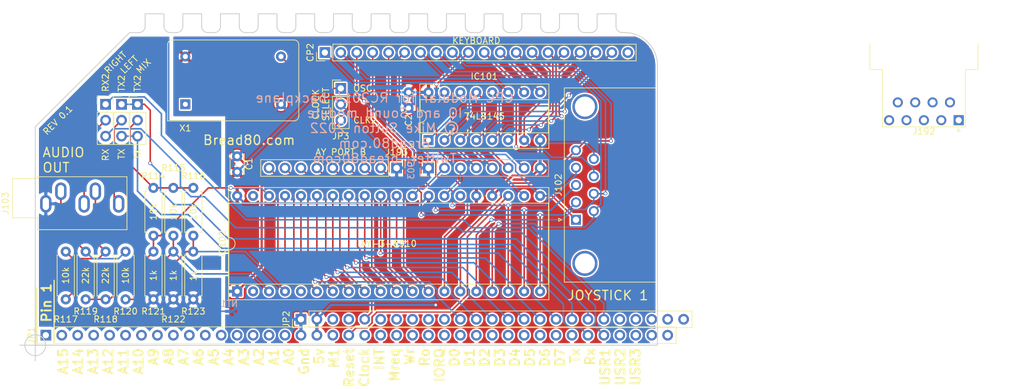
<source format=kicad_pcb>
(kicad_pcb (version 20171130) (host pcbnew "(5.1.7)-1")
  (layers (0 F.Cu signal) (31 B.Cu signal) (34 B.Paste user) (35 F.Paste user) (36 B.SilkS user hide) (37 F.SilkS user) (38 B.Mask user) (39 F.Mask user) (44 Edge.Cuts user))
  (net 0 "")
  (net 1 GND)
  (net 2 +5V)
  (net 3 "Net-(CP2-Pad20)")
  (net 4 /IO_SOUND/Y1)
  (net 5 /IO_SOUND/Y2)
  (net 6 /IO_SOUND/Y3)
  (net 7 /IO_SOUND/Y4)
  (net 8 /IO_SOUND/Y5)
  (net 9 /IO_SOUND/Y6)
  (net 10 /IO_SOUND/COM_2)
  (net 11 /IO_SOUND/Y8)
  (net 12 /IO_SOUND/Y9)
  (net 13 /IO_SOUND/AYA7)
  (net 14 /IO_SOUND/AYA6)
  (net 15 /IO_SOUND/AYA5)
  (net 16 /IO_SOUND/AYA4)
  (net 17 /IO_SOUND/AYA3)
  (net 18 /IO_SOUND/AYA2)
  (net 19 /IO_SOUND/AYA1)
  (net 20 /IO_SOUND/AYA0)
  (net 21 /IO_SOUND/COMMON)
  (net 22 "Net-(IC102-Pad39)")
  (net 23 /IO_SOUND/C)
  (net 24 "Net-(IC102-Pad13)")
  (net 25 "Net-(IC102-Pad12)")
  (net 26 "Net-(IC102-Pad11)")
  (net 27 "Net-(IC102-Pad10)")
  (net 28 "Net-(IC102-Pad9)")
  (net 29 "Net-(IC102-Pad8)")
  (net 30 "Net-(IC102-Pad7)")
  (net 31 "Net-(IC102-Pad26)")
  (net 32 "Net-(IC102-Pad6)")
  (net 33 "Net-(IC102-Pad5)")
  (net 34 /IO_SOUND/A)
  (net 35 /IO_SOUND/~RESET)
  (net 36 /IO_SOUND/B)
  (net 37 /IO_SOUND/SOUND_CLK)
  (net 38 "Net-(IC102-Pad2)")
  (net 39 "Net-(JP1-Pad40)")
  (net 40 "Net-(JP1-Pad38)")
  (net 41 "Net-(JP1-Pad37)")
  (net 42 "Net-(JP1-Pad36)")
  (net 43 "Net-(JP1-Pad35)")
  (net 44 "Net-(JP1-Pad23)")
  (net 45 "Net-(JP1-Pad22)")
  (net 46 "Net-(JP1-Pad21)")
  (net 47 "Net-(JP1-Pad19)")
  (net 48 "Net-(JP1-Pad16)")
  (net 49 "Net-(JP1-Pad15)")
  (net 50 "Net-(JP1-Pad14)")
  (net 51 "Net-(JP1-Pad13)")
  (net 52 "Net-(JP1-Pad12)")
  (net 53 "Net-(JP1-Pad11)")
  (net 54 "Net-(JP1-Pad10)")
  (net 55 "Net-(JP1-Pad9)")
  (net 56 "Net-(JP1-Pad6)")
  (net 57 "Net-(JP1-Pad4)")
  (net 58 "Net-(JP1-Pad3)")
  (net 59 "Net-(JP1-Pad2)")
  (net 60 "Net-(JP1-Pad1)")
  (net 61 "Net-(JP2-Pad24)")
  (net 62 /IO_SOUND/SOUND)
  (net 63 "Net-(JP2-Pad10)")
  (net 64 "Net-(JP2-Pad9)")
  (net 65 "Net-(JP2-Pad8)")
  (net 66 "Net-(JP2-Pad7)")
  (net 67 "Net-(JP2-Pad6)")
  (net 68 "Net-(JP2-Pad4)")
  (net 69 "Net-(JP2-Pad3)")
  (net 70 PC0)
  (net 71 PC1)
  (net 72 PC2)
  (net 73 PC3)
  (net 74 PA0)
  (net 75 PA1)
  (net 76 PA2)
  (net 77 PA3)
  (net 78 PA4)
  (net 79 PA5)
  (net 80 PA6)
  (net 81 PA7)
  (net 82 /IO_SOUND/BC1)
  (net 83 /IO_SOUND/BDIR)
  (net 84 "Net-(J103-PadR)")
  (net 85 "Net-(J103-PadT)")
  (net 86 "Net-(JP1-Pad39)")
  (net 87 "Net-(JP1-Pad34)")
  (net 88 "Net-(JP1-Pad33)")
  (net 89 "Net-(JP1-Pad32)")
  (net 90 "Net-(JP1-Pad31)")
  (net 91 "Net-(JP1-Pad30)")
  (net 92 "Net-(JP1-Pad29)")
  (net 93 "Net-(JP1-Pad28)")
  (net 94 "Net-(JP1-Pad27)")
  (net 95 "Net-(JP1-Pad26)")
  (net 96 "Net-(JP1-Pad25)")
  (net 97 "Net-(JP1-Pad24)")
  (net 98 "Net-(JP1-Pad8)")
  (net 99 "Net-(JP1-Pad7)")
  (net 100 "Net-(JP1-Pad5)")
  (net 101 "Net-(JP2-Pad23)")
  (net 102 "Net-(JP2-Pad22)")
  (net 103 "Net-(JP2-Pad21)")
  (net 104 "Net-(JP2-Pad20)")
  (net 105 "Net-(JP2-Pad19)")
  (net 106 /IO_SOUND/ARIGHT)
  (net 107 /IO_SOUND/ALEFT)
  (net 108 "Net-(IC102-Pad22)")
  (net 109 "Net-(JP3-Pad1)")
  (net 110 "Net-(X1-Pad1)")
  (net 111 GNDA)
  (module NetTie:NetTie-2_SMD_Pad0.5mm (layer B.Cu) (at 184.785 147.955 180)
    (fp_text reference NT1 (at 0 1.2) (layer B.SilkS) (effects (justify mirror)))
    (fp_text value Net-Tie_2)
    (fp_poly (pts (xy -0.5 0.25) (xy 0.5 0.25) (xy 0.5 -0.25) (xy -0.5 -0.25)) (layer B.Cu) (width 0))
    (pad 2 smd circle (at 0.5 0 180) (size 0.5 0.5) (layers B.Cu) (net 111 GNDA))
    (pad 1 smd circle (at -0.5 0 180) (size 0.5 0.5) (layers B.Cu) (net 1 GND))
  )
  (module Connector_PinHeader_2.54mm:PinHeader_1x03_P2.54mm_Vertical (layer F.Cu) (at 165.1 114.935)
    (fp_text reference JP6 hide)
    (fp_text value RIGHT)
    (pad 3 thru_hole oval (at 0 5.08) (size 1.7 1.7) (drill 1) (layers *.Cu *.Mask) (net 42 "Net-(JP1-Pad36)"))
    (pad 2 thru_hole oval (at 0 2.54) (size 1.7 1.7) (drill 1) (layers *.Cu *.Mask) (net 106 /IO_SOUND/ARIGHT))
    (pad 1 thru_hole rect (at 0 0) (size 1.7 1.7) (drill 1) (layers *.Cu *.Mask) (net 104 "Net-(JP2-Pad20)"))
  )
  (module Connector_PinHeader_2.54mm:PinHeader_1x03_P2.54mm_Vertical (layer F.Cu) (at 167.64 114.935)
    (fp_text reference JP5 hide)
    (fp_text value LEFT)
    (pad 3 thru_hole oval (at 0 5.08) (size 1.7 1.7) (drill 1) (layers *.Cu *.Mask) (net 43 "Net-(JP1-Pad35)"))
    (pad 2 thru_hole oval (at 0 2.54) (size 1.7 1.7) (drill 1) (layers *.Cu *.Mask) (net 107 /IO_SOUND/ALEFT))
    (pad 1 thru_hole rect (at 0 0) (size 1.7 1.7) (drill 1) (layers *.Cu *.Mask) (net 105 "Net-(JP2-Pad19)"))
  )
  (module Connector_PinHeader_2.54mm:PinHeader_1x03_P2.54mm_Vertical (layer F.Cu) (at 170.18 114.935)
    (fp_text reference JP4 hide)
    (fp_text value MIX)
    (pad 3 thru_hole oval (at 0 5.08) (size 1.7 1.7) (drill 1) (layers *.Cu *.Mask) (net 43 "Net-(JP1-Pad35)"))
    (pad 2 thru_hole oval (at 0 2.54) (size 1.7 1.7) (drill 1) (layers *.Cu *.Mask) (net 62 /IO_SOUND/SOUND))
    (pad 1 thru_hole rect (at 0 0) (size 1.7 1.7) (drill 1) (layers *.Cu *.Mask) (net 105 "Net-(JP2-Pad19)"))
  )
  (module Connector_PinHeader_2.54mm:PinHeader_1x09_P2.54mm_Vertical (layer F.Cu) (at 211.455 125.095 270)
    (fp_text reference J193 (at -2.54 0 180) (layer F.SilkS))
    (fp_text value Conn_01x09_Male)
    (pad 9 thru_hole oval (at 0 20.32 270) (size 1.7 1.7) (drill 1) (layers *.Cu *.Mask) (net 32 "Net-(IC102-Pad6)"))
    (pad 8 thru_hole oval (at 0 17.78 270) (size 1.7 1.7) (drill 1) (layers *.Cu *.Mask) (net 30 "Net-(IC102-Pad7)"))
    (pad 7 thru_hole oval (at 0 15.24 270) (size 1.7 1.7) (drill 1) (layers *.Cu *.Mask) (net 29 "Net-(IC102-Pad8)"))
    (pad 6 thru_hole oval (at 0 12.7 270) (size 1.7 1.7) (drill 1) (layers *.Cu *.Mask) (net 28 "Net-(IC102-Pad9)"))
    (pad 5 thru_hole oval (at 0 10.16 270) (size 1.7 1.7) (drill 1) (layers *.Cu *.Mask) (net 27 "Net-(IC102-Pad10)"))
    (pad 4 thru_hole oval (at 0 7.62 270) (size 1.7 1.7) (drill 1) (layers *.Cu *.Mask) (net 26 "Net-(IC102-Pad11)"))
    (pad 3 thru_hole oval (at 0 5.08 270) (size 1.7 1.7) (drill 1) (layers *.Cu *.Mask) (net 25 "Net-(IC102-Pad12)"))
    (pad 2 thru_hole oval (at 0 2.54 270) (size 1.7 1.7) (drill 1) (layers *.Cu *.Mask) (net 24 "Net-(IC102-Pad13)"))
    (pad 1 thru_hole rect (at 0 0 270) (size 1.7 1.7) (drill 1) (layers *.Cu *.Mask) (net 1 GND))
  )
  (module Oscillator:Oscillator_DIP-14 (layer F.Cu) (at 177.8 114.935)
    (fp_text reference X1 (at 0 3.81) (layer F.SilkS))
    (fp_text value CXO_DIP14_1MHz)
    (pad 7 thru_hole circle (at 15.24 0) (size 1.6 1.6) (drill 0.8) (layers *.Cu *.Mask) (net 1 GND))
    (pad 8 thru_hole circle (at 15.24 -7.62) (size 1.6 1.6) (drill 0.8) (layers *.Cu *.Mask) (net 109 "Net-(JP3-Pad1)"))
    (pad 14 thru_hole circle (at 0 -7.62) (size 1.6 1.6) (drill 0.8) (layers *.Cu *.Mask) (net 2 +5V))
    (pad 1 thru_hole rect (at 0 0) (size 1.6 1.6) (drill 0.8) (layers *.Cu *.Mask) (net 110 "Net-(X1-Pad1)"))
  )
  (module Connector_PinHeader_2.54mm:PinHeader_1x03_P2.54mm_Vertical (layer F.Cu) (at 202.565 112.395)
    (fp_text reference JP3 (at 0 7.62) (layer F.SilkS))
    (fp_text value "Osc sel")
    (pad 3 thru_hole oval (at 0 5.08) (size 1.7 1.7) (drill 1) (layers *.Cu *.Mask) (net 37 /IO_SOUND/SOUND_CLK))
    (pad 2 thru_hole oval (at 0 2.54) (size 1.7 1.7) (drill 1) (layers *.Cu *.Mask) (net 108 "Net-(IC102-Pad22)"))
    (pad 1 thru_hole rect (at 0 0) (size 1.7 1.7) (drill 1) (layers *.Cu *.Mask) (net 109 "Net-(JP3-Pad1)"))
  )
  (module Package_DIP:DIP-16_W7.62mm_Socket (layer F.Cu) (at 216.535 120.65 90)
    (fp_text reference IC101 (at 10.16 8.89 180) (layer F.SilkS))
    (fp_text value 74LS145 (at 3.81 8.89 180) (layer F.SilkS))
    (pad 16 thru_hole oval (at 7.62 0 90) (size 1.6 1.6) (drill 0.8) (layers *.Cu *.Mask) (net 2 +5V))
    (pad 8 thru_hole oval (at 0 17.78 90) (size 1.6 1.6) (drill 0.8) (layers *.Cu *.Mask) (net 1 GND))
    (pad 15 thru_hole oval (at 7.62 2.54 90) (size 1.6 1.6) (drill 0.8) (layers *.Cu *.Mask) (net 70 PC0))
    (pad 7 thru_hole oval (at 0 15.24 90) (size 1.6 1.6) (drill 0.8) (layers *.Cu *.Mask) (net 10 /IO_SOUND/COM_2))
    (pad 14 thru_hole oval (at 7.62 5.08 90) (size 1.6 1.6) (drill 0.8) (layers *.Cu *.Mask) (net 71 PC1))
    (pad 6 thru_hole oval (at 0 12.7 90) (size 1.6 1.6) (drill 0.8) (layers *.Cu *.Mask) (net 9 /IO_SOUND/Y6))
    (pad 13 thru_hole oval (at 7.62 7.62 90) (size 1.6 1.6) (drill 0.8) (layers *.Cu *.Mask) (net 72 PC2))
    (pad 5 thru_hole oval (at 0 10.16 90) (size 1.6 1.6) (drill 0.8) (layers *.Cu *.Mask) (net 8 /IO_SOUND/Y5))
    (pad 12 thru_hole oval (at 7.62 10.16 90) (size 1.6 1.6) (drill 0.8) (layers *.Cu *.Mask) (net 73 PC3))
    (pad 4 thru_hole oval (at 0 7.62 90) (size 1.6 1.6) (drill 0.8) (layers *.Cu *.Mask) (net 7 /IO_SOUND/Y4))
    (pad 11 thru_hole oval (at 7.62 12.7 90) (size 1.6 1.6) (drill 0.8) (layers *.Cu *.Mask) (net 21 /IO_SOUND/COMMON))
    (pad 3 thru_hole oval (at 0 5.08 90) (size 1.6 1.6) (drill 0.8) (layers *.Cu *.Mask) (net 6 /IO_SOUND/Y3))
    (pad 10 thru_hole oval (at 7.62 15.24 90) (size 1.6 1.6) (drill 0.8) (layers *.Cu *.Mask) (net 12 /IO_SOUND/Y9))
    (pad 2 thru_hole oval (at 0 2.54 90) (size 1.6 1.6) (drill 0.8) (layers *.Cu *.Mask) (net 5 /IO_SOUND/Y2))
    (pad 9 thru_hole oval (at 7.62 17.78 90) (size 1.6 1.6) (drill 0.8) (layers *.Cu *.Mask) (net 11 /IO_SOUND/Y8))
    (pad 1 thru_hole rect (at 0 0 90) (size 1.6 1.6) (drill 0.8) (layers *.Cu *.Mask) (net 4 /IO_SOUND/Y1))
  )
  (module Connector_PinSocket_2.54mm:PinSocket_1x08_P2.54mm_Vertical (layer B.Cu) (at 216.535 125.095 270)
    (fp_text reference J903 (at 0 2.77 270) (layer B.SilkS) (effects (justify mirror)))
    (fp_text value Conn_01x08_Female)
    (pad 8 thru_hole oval (at 0 -17.78 270) (size 1.7 1.7) (drill 1) (layers *.Cu *.Mask) (net 1 GND))
    (pad 7 thru_hole oval (at 0 -15.24 270) (size 1.7 1.7) (drill 1) (layers *.Cu *.Mask) (net 73 PC3))
    (pad 6 thru_hole oval (at 0 -12.7 270) (size 1.7 1.7) (drill 1) (layers *.Cu *.Mask) (net 72 PC2))
    (pad 5 thru_hole oval (at 0 -10.16 270) (size 1.7 1.7) (drill 1) (layers *.Cu *.Mask) (net 71 PC1))
    (pad 4 thru_hole oval (at 0 -7.62 270) (size 1.7 1.7) (drill 1) (layers *.Cu *.Mask) (net 70 PC0))
    (pad 3 thru_hole oval (at 0 -5.08 270) (size 1.7 1.7) (drill 1) (layers *.Cu *.Mask) (net 83 /IO_SOUND/BDIR))
    (pad 2 thru_hole oval (at 0 -2.54 270) (size 1.7 1.7) (drill 1) (layers *.Cu *.Mask) (net 82 /IO_SOUND/BC1))
    (pad 1 thru_hole rect (at 0 0 270) (size 1.7 1.7) (drill 1) (layers *.Cu *.Mask) (net 1 GND))
  )
  (module Connector_Audio:Jack_3.5mm_CUI_SJ1-3535NG_Horizontal (layer F.Cu) (at 155.575 130.81 90)
    (fp_text reference J103 (at 0.1 -6.45 90) (layer F.SilkS))
    (fp_text value AudioJack3_Ground_SwitchTR)
    (pad RN thru_hole oval (at 0 6.1 90) (size 2.8 1.8) (drill oval 2 1) (layers *.Cu *.Mask) (net 106 /IO_SOUND/ARIGHT))
    (pad TN thru_hole oval (at 0 11.6 90) (size 2.8 1.8) (drill oval 2 1) (layers *.Cu *.Mask) (net 107 /IO_SOUND/ALEFT))
    (pad R thru_hole oval (at 2 7.9 90) (size 2.8 1.8) (drill oval 2 1) (layers *.Cu *.Mask) (net 84 "Net-(J103-PadR)"))
    (pad T thru_hole oval (at 2 2.4 90) (size 2.8 1.8) (drill oval 2 1) (layers *.Cu *.Mask) (net 85 "Net-(J103-PadT)"))
    (pad S thru_hole oval (at 0 0 90) (size 2.8 1.8) (drill oval 2 1) (layers *.Cu *.Mask) (net 111 GNDA))
  )
  (module Connector_Dsub:DSUB-9_Male_Horizontal_P2.77x2.84mm_EdgePinOffset9.90mm_Housed_MountingHolesOffset11.32mm (layer F.Cu) (at 240.03 133.35 90)
    (fp_text reference J102 (at 5.54 -2.8 90) (layer F.SilkS))
    (fp_text value "Paddle Port (9-Pin D)")
    (pad 0 thru_hole circle (at 18.04 1.42 90) (size 4 4) (drill 3.2) (layers *.Cu *.Mask))
    (pad 0 thru_hole circle (at -6.96 1.42 90) (size 4 4) (drill 3.2) (layers *.Cu *.Mask))
    (pad 9 thru_hole circle (at 9.695 2.84 90) (size 1.6 1.6) (drill 1) (layers *.Cu *.Mask) (net 10 /IO_SOUND/COM_2))
    (pad 8 thru_hole circle (at 6.925 2.84 90) (size 1.6 1.6) (drill 1) (layers *.Cu *.Mask) (net 21 /IO_SOUND/COMMON))
    (pad 7 thru_hole circle (at 4.155 2.84 90) (size 1.6 1.6) (drill 1) (layers *.Cu *.Mask) (net 15 /IO_SOUND/AYA5))
    (pad 6 thru_hole circle (at 1.385 2.84 90) (size 1.6 1.6) (drill 1) (layers *.Cu *.Mask) (net 16 /IO_SOUND/AYA4))
    (pad 5 thru_hole circle (at 11.08 0 90) (size 1.6 1.6) (drill 1) (layers *.Cu *.Mask) (net 14 /IO_SOUND/AYA6))
    (pad 4 thru_hole circle (at 8.31 0 90) (size 1.6 1.6) (drill 1) (layers *.Cu *.Mask) (net 17 /IO_SOUND/AYA3))
    (pad 3 thru_hole circle (at 5.54 0 90) (size 1.6 1.6) (drill 1) (layers *.Cu *.Mask) (net 18 /IO_SOUND/AYA2))
    (pad 2 thru_hole circle (at 2.77 0 90) (size 1.6 1.6) (drill 1) (layers *.Cu *.Mask) (net 19 /IO_SOUND/AYA1))
    (pad 1 thru_hole rect (at 0 0 90) (size 1.6 1.6) (drill 1) (layers *.Cu *.Mask) (net 20 /IO_SOUND/AYA0))
  )
  (module Resistor_THT:R_Axial_DIN0207_L6.3mm_D2.5mm_P7.62mm_Horizontal (layer F.Cu) (at 179.07 146.05 90)
    (fp_text reference R123 (at -1.905 0 180) (layer F.SilkS))
    (fp_text value 1k (at 3.81 0 90) (layer F.SilkS))
    (pad 2 thru_hole oval (at 7.62 0 90) (size 1.6 1.6) (drill 0.8) (layers *.Cu *.Mask) (net 34 /IO_SOUND/A))
    (pad 1 thru_hole circle (at 0 0 90) (size 1.6 1.6) (drill 0.8) (layers *.Cu *.Mask) (net 111 GNDA))
  )
  (module Resistor_THT:R_Axial_DIN0207_L6.3mm_D2.5mm_P7.62mm_Horizontal (layer F.Cu) (at 175.895 146.05 90)
    (fp_text reference R122 (at -3.175 0 180) (layer F.SilkS))
    (fp_text value 1k (at 3.81 0 90) (layer F.SilkS))
    (pad 2 thru_hole oval (at 7.62 0 90) (size 1.6 1.6) (drill 0.8) (layers *.Cu *.Mask) (net 36 /IO_SOUND/B))
    (pad 1 thru_hole circle (at 0 0 90) (size 1.6 1.6) (drill 0.8) (layers *.Cu *.Mask) (net 111 GNDA))
  )
  (module Resistor_THT:R_Axial_DIN0207_L6.3mm_D2.5mm_P7.62mm_Horizontal (layer F.Cu) (at 172.72 146.05 90)
    (fp_text reference R121 (at -1.905 0 180) (layer F.SilkS))
    (fp_text value 1k (at 3.81 0 90) (layer F.SilkS))
    (pad 2 thru_hole oval (at 7.62 0 90) (size 1.6 1.6) (drill 0.8) (layers *.Cu *.Mask) (net 23 /IO_SOUND/C))
    (pad 1 thru_hole circle (at 0 0 90) (size 1.6 1.6) (drill 0.8) (layers *.Cu *.Mask) (net 111 GNDA))
  )
  (module Resistor_THT:R_Axial_DIN0207_L6.3mm_D2.5mm_P7.62mm_Horizontal (layer F.Cu) (at 168.275 138.43 270)
    (fp_text reference R120 (at 9.525 0 180) (layer F.SilkS))
    (fp_text value 10k (at 3.81 0 90) (layer F.SilkS))
    (pad 2 thru_hole oval (at 7.62 0 270) (size 1.6 1.6) (drill 0.8) (layers *.Cu *.Mask) (net 34 /IO_SOUND/A))
    (pad 1 thru_hole circle (at 0 0 270) (size 1.6 1.6) (drill 0.8) (layers *.Cu *.Mask) (net 85 "Net-(J103-PadT)"))
  )
  (module Resistor_THT:R_Axial_DIN0207_L6.3mm_D2.5mm_P7.62mm_Horizontal (layer F.Cu) (at 161.925 138.43 270)
    (fp_text reference R119 (at 9.525 0 180) (layer F.SilkS))
    (fp_text value 22k (at 3.81 0 90) (layer F.SilkS))
    (pad 2 thru_hole oval (at 7.62 0 270) (size 1.6 1.6) (drill 0.8) (layers *.Cu *.Mask) (net 36 /IO_SOUND/B))
    (pad 1 thru_hole circle (at 0 0 270) (size 1.6 1.6) (drill 0.8) (layers *.Cu *.Mask) (net 85 "Net-(J103-PadT)"))
  )
  (module Resistor_THT:R_Axial_DIN0207_L6.3mm_D2.5mm_P7.62mm_Horizontal (layer F.Cu) (at 165.1 138.43 270)
    (fp_text reference R118 (at 10.795 0 180) (layer F.SilkS))
    (fp_text value 22k (at 3.81 0 90) (layer F.SilkS))
    (pad 2 thru_hole oval (at 7.62 0 270) (size 1.6 1.6) (drill 0.8) (layers *.Cu *.Mask) (net 36 /IO_SOUND/B))
    (pad 1 thru_hole circle (at 0 0 270) (size 1.6 1.6) (drill 0.8) (layers *.Cu *.Mask) (net 84 "Net-(J103-PadR)"))
  )
  (module Resistor_THT:R_Axial_DIN0207_L6.3mm_D2.5mm_P7.62mm_Horizontal (layer F.Cu) (at 158.75 138.43 270)
    (fp_text reference R117 (at 10.795 0 180) (layer F.SilkS))
    (fp_text value 10k (at 3.81 0 90) (layer F.SilkS))
    (pad 2 thru_hole oval (at 7.62 0 270) (size 1.6 1.6) (drill 0.8) (layers *.Cu *.Mask) (net 23 /IO_SOUND/C))
    (pad 1 thru_hole circle (at 0 0 270) (size 1.6 1.6) (drill 0.8) (layers *.Cu *.Mask) (net 84 "Net-(J103-PadR)"))
  )
  (module Resistor_THT:R_Axial_DIN0207_L6.3mm_D2.5mm_P7.62mm_Horizontal (layer F.Cu) (at 179.07 135.89 90)
    (fp_text reference R116 (at 9.525 0 180) (layer F.SilkS))
    (fp_text value 10k (at 3.81 0 90) (layer F.SilkS))
    (pad 2 thru_hole oval (at 7.62 0 90) (size 1.6 1.6) (drill 0.8) (layers *.Cu *.Mask) (net 62 /IO_SOUND/SOUND))
    (pad 1 thru_hole circle (at 0 0 90) (size 1.6 1.6) (drill 0.8) (layers *.Cu *.Mask) (net 34 /IO_SOUND/A))
  )
  (module Resistor_THT:R_Axial_DIN0207_L6.3mm_D2.5mm_P7.62mm_Horizontal (layer F.Cu) (at 175.895 135.89 90)
    (fp_text reference R115 (at 10.795 0 180) (layer F.SilkS))
    (fp_text value 10k (at 3.81 0 90) (layer F.SilkS))
    (pad 2 thru_hole oval (at 7.62 0 90) (size 1.6 1.6) (drill 0.8) (layers *.Cu *.Mask) (net 62 /IO_SOUND/SOUND))
    (pad 1 thru_hole circle (at 0 0 90) (size 1.6 1.6) (drill 0.8) (layers *.Cu *.Mask) (net 36 /IO_SOUND/B))
  )
  (module Resistor_THT:R_Axial_DIN0207_L6.3mm_D2.5mm_P7.62mm_Horizontal (layer F.Cu) (at 172.72 135.89 90)
    (fp_text reference R114 (at 9.525 0 180) (layer F.SilkS))
    (fp_text value 10k (at 3.81 0 90) (layer F.SilkS))
    (pad 2 thru_hole oval (at 7.62 0 90) (size 1.6 1.6) (drill 0.8) (layers *.Cu *.Mask) (net 62 /IO_SOUND/SOUND))
    (pad 1 thru_hole circle (at 0 0 90) (size 1.6 1.6) (drill 0.8) (layers *.Cu *.Mask) (net 23 /IO_SOUND/C))
  )
  (module Connector_PinHeader_2.54mm:PinHeader_1x25_P2.54mm_Vertical (layer F.Cu) (at 196.215 149.225 90)
    (fp_text reference JP2 (at 0 -2.33 90) (layer F.SilkS))
    (fp_text value RC2014ExtendedBus)
    (pad 25 thru_hole oval (at 0 60.96 90) (size 1.7 1.7) (drill 1) (layers *.Cu *.Mask))
    (pad 24 thru_hole oval (at 0 58.42 90) (size 1.7 1.7) (drill 1) (layers *.Cu *.Mask) (net 61 "Net-(JP2-Pad24)"))
    (pad 23 thru_hole oval (at 0 55.88 90) (size 1.7 1.7) (drill 1) (layers *.Cu *.Mask) (net 101 "Net-(JP2-Pad23)"))
    (pad 22 thru_hole oval (at 0 53.34 90) (size 1.7 1.7) (drill 1) (layers *.Cu *.Mask) (net 102 "Net-(JP2-Pad22)"))
    (pad 21 thru_hole oval (at 0 50.8 90) (size 1.7 1.7) (drill 1) (layers *.Cu *.Mask) (net 103 "Net-(JP2-Pad21)"))
    (pad 20 thru_hole oval (at 0 48.26 90) (size 1.7 1.7) (drill 1) (layers *.Cu *.Mask) (net 104 "Net-(JP2-Pad20)"))
    (pad 19 thru_hole oval (at 0 45.72 90) (size 1.7 1.7) (drill 1) (layers *.Cu *.Mask) (net 105 "Net-(JP2-Pad19)"))
    (pad 18 thru_hole oval (at 0 43.18 90) (size 1.7 1.7) (drill 1) (layers *.Cu *.Mask) (net 81 PA7))
    (pad 17 thru_hole oval (at 0 40.64 90) (size 1.7 1.7) (drill 1) (layers *.Cu *.Mask) (net 80 PA6))
    (pad 16 thru_hole oval (at 0 38.1 90) (size 1.7 1.7) (drill 1) (layers *.Cu *.Mask) (net 79 PA5))
    (pad 15 thru_hole oval (at 0 35.56 90) (size 1.7 1.7) (drill 1) (layers *.Cu *.Mask) (net 78 PA4))
    (pad 14 thru_hole oval (at 0 33.02 90) (size 1.7 1.7) (drill 1) (layers *.Cu *.Mask) (net 77 PA3))
    (pad 13 thru_hole oval (at 0 30.48 90) (size 1.7 1.7) (drill 1) (layers *.Cu *.Mask) (net 76 PA2))
    (pad 12 thru_hole oval (at 0 27.94 90) (size 1.7 1.7) (drill 1) (layers *.Cu *.Mask) (net 75 PA1))
    (pad 11 thru_hole oval (at 0 25.4 90) (size 1.7 1.7) (drill 1) (layers *.Cu *.Mask) (net 74 PA0))
    (pad 10 thru_hole oval (at 0 22.86 90) (size 1.7 1.7) (drill 1) (layers *.Cu *.Mask) (net 63 "Net-(JP2-Pad10)"))
    (pad 9 thru_hole oval (at 0 20.32 90) (size 1.7 1.7) (drill 1) (layers *.Cu *.Mask) (net 64 "Net-(JP2-Pad9)"))
    (pad 8 thru_hole oval (at 0 17.78 90) (size 1.7 1.7) (drill 1) (layers *.Cu *.Mask) (net 65 "Net-(JP2-Pad8)"))
    (pad 7 thru_hole oval (at 0 15.24 90) (size 1.7 1.7) (drill 1) (layers *.Cu *.Mask) (net 66 "Net-(JP2-Pad7)"))
    (pad 6 thru_hole oval (at 0 12.7 90) (size 1.7 1.7) (drill 1) (layers *.Cu *.Mask) (net 67 "Net-(JP2-Pad6)"))
    (pad 5 thru_hole oval (at 0 10.16 90) (size 1.7 1.7) (drill 1) (layers *.Cu *.Mask) (net 37 /IO_SOUND/SOUND_CLK))
    (pad 4 thru_hole oval (at 0 7.62 90) (size 1.7 1.7) (drill 1) (layers *.Cu *.Mask) (net 68 "Net-(JP2-Pad4)"))
    (pad 3 thru_hole oval (at 0 5.08 90) (size 1.7 1.7) (drill 1) (layers *.Cu *.Mask) (net 69 "Net-(JP2-Pad3)"))
    (pad 2 thru_hole oval (at 0 2.54 90) (size 1.7 1.7) (drill 1) (layers *.Cu *.Mask) (net 2 +5V))
    (pad 1 thru_hole rect (at 0 0 90) (size 1.7 1.7) (drill 1) (layers *.Cu *.Mask) (net 1 GND))
  )
  (module Connector_PinHeader_2.54mm:PinHeader_1x40_P2.54mm_Vertical (layer F.Cu) (at 155.575 151.765 90)
    (fp_text reference JP1 (at 0 -2.33 90) (layer F.SilkS))
    (fp_text value RC2014Bus)
    (pad 40 thru_hole oval (at 0 99.06 90) (size 1.7 1.7) (drill 1) (layers *.Cu *.Mask) (net 39 "Net-(JP1-Pad40)"))
    (pad 39 thru_hole oval (at 0 96.52 90) (size 1.7 1.7) (drill 1) (layers *.Cu *.Mask) (net 86 "Net-(JP1-Pad39)"))
    (pad 38 thru_hole oval (at 0 93.98 90) (size 1.7 1.7) (drill 1) (layers *.Cu *.Mask) (net 40 "Net-(JP1-Pad38)"))
    (pad 37 thru_hole oval (at 0 91.44 90) (size 1.7 1.7) (drill 1) (layers *.Cu *.Mask) (net 41 "Net-(JP1-Pad37)"))
    (pad 36 thru_hole oval (at 0 88.9 90) (size 1.7 1.7) (drill 1) (layers *.Cu *.Mask) (net 42 "Net-(JP1-Pad36)"))
    (pad 35 thru_hole oval (at 0 86.36 90) (size 1.7 1.7) (drill 1) (layers *.Cu *.Mask) (net 43 "Net-(JP1-Pad35)"))
    (pad 34 thru_hole oval (at 0 83.82 90) (size 1.7 1.7) (drill 1) (layers *.Cu *.Mask) (net 87 "Net-(JP1-Pad34)"))
    (pad 33 thru_hole oval (at 0 81.28 90) (size 1.7 1.7) (drill 1) (layers *.Cu *.Mask) (net 88 "Net-(JP1-Pad33)"))
    (pad 32 thru_hole oval (at 0 78.74 90) (size 1.7 1.7) (drill 1) (layers *.Cu *.Mask) (net 89 "Net-(JP1-Pad32)"))
    (pad 31 thru_hole oval (at 0 76.2 90) (size 1.7 1.7) (drill 1) (layers *.Cu *.Mask) (net 90 "Net-(JP1-Pad31)"))
    (pad 30 thru_hole oval (at 0 73.66 90) (size 1.7 1.7) (drill 1) (layers *.Cu *.Mask) (net 91 "Net-(JP1-Pad30)"))
    (pad 29 thru_hole oval (at 0 71.12 90) (size 1.7 1.7) (drill 1) (layers *.Cu *.Mask) (net 92 "Net-(JP1-Pad29)"))
    (pad 28 thru_hole oval (at 0 68.58 90) (size 1.7 1.7) (drill 1) (layers *.Cu *.Mask) (net 93 "Net-(JP1-Pad28)"))
    (pad 27 thru_hole oval (at 0 66.04 90) (size 1.7 1.7) (drill 1) (layers *.Cu *.Mask) (net 94 "Net-(JP1-Pad27)"))
    (pad 26 thru_hole oval (at 0 63.5 90) (size 1.7 1.7) (drill 1) (layers *.Cu *.Mask) (net 95 "Net-(JP1-Pad26)"))
    (pad 25 thru_hole oval (at 0 60.96 90) (size 1.7 1.7) (drill 1) (layers *.Cu *.Mask) (net 96 "Net-(JP1-Pad25)"))
    (pad 24 thru_hole oval (at 0 58.42 90) (size 1.7 1.7) (drill 1) (layers *.Cu *.Mask) (net 97 "Net-(JP1-Pad24)"))
    (pad 23 thru_hole oval (at 0 55.88 90) (size 1.7 1.7) (drill 1) (layers *.Cu *.Mask) (net 44 "Net-(JP1-Pad23)"))
    (pad 22 thru_hole oval (at 0 53.34 90) (size 1.7 1.7) (drill 1) (layers *.Cu *.Mask) (net 45 "Net-(JP1-Pad22)"))
    (pad 21 thru_hole oval (at 0 50.8 90) (size 1.7 1.7) (drill 1) (layers *.Cu *.Mask) (net 46 "Net-(JP1-Pad21)"))
    (pad 20 thru_hole oval (at 0 48.26 90) (size 1.7 1.7) (drill 1) (layers *.Cu *.Mask) (net 35 /IO_SOUND/~RESET))
    (pad 19 thru_hole oval (at 0 45.72 90) (size 1.7 1.7) (drill 1) (layers *.Cu *.Mask) (net 47 "Net-(JP1-Pad19)"))
    (pad 18 thru_hole oval (at 0 43.18 90) (size 1.7 1.7) (drill 1) (layers *.Cu *.Mask) (net 2 +5V))
    (pad 17 thru_hole oval (at 0 40.64 90) (size 1.7 1.7) (drill 1) (layers *.Cu *.Mask) (net 1 GND))
    (pad 16 thru_hole oval (at 0 38.1 90) (size 1.7 1.7) (drill 1) (layers *.Cu *.Mask) (net 48 "Net-(JP1-Pad16)"))
    (pad 15 thru_hole oval (at 0 35.56 90) (size 1.7 1.7) (drill 1) (layers *.Cu *.Mask) (net 49 "Net-(JP1-Pad15)"))
    (pad 14 thru_hole oval (at 0 33.02 90) (size 1.7 1.7) (drill 1) (layers *.Cu *.Mask) (net 50 "Net-(JP1-Pad14)"))
    (pad 13 thru_hole oval (at 0 30.48 90) (size 1.7 1.7) (drill 1) (layers *.Cu *.Mask) (net 51 "Net-(JP1-Pad13)"))
    (pad 12 thru_hole oval (at 0 27.94 90) (size 1.7 1.7) (drill 1) (layers *.Cu *.Mask) (net 52 "Net-(JP1-Pad12)"))
    (pad 11 thru_hole oval (at 0 25.4 90) (size 1.7 1.7) (drill 1) (layers *.Cu *.Mask) (net 53 "Net-(JP1-Pad11)"))
    (pad 10 thru_hole oval (at 0 22.86 90) (size 1.7 1.7) (drill 1) (layers *.Cu *.Mask) (net 54 "Net-(JP1-Pad10)"))
    (pad 9 thru_hole oval (at 0 20.32 90) (size 1.7 1.7) (drill 1) (layers *.Cu *.Mask) (net 55 "Net-(JP1-Pad9)"))
    (pad 8 thru_hole oval (at 0 17.78 90) (size 1.7 1.7) (drill 1) (layers *.Cu *.Mask) (net 98 "Net-(JP1-Pad8)"))
    (pad 7 thru_hole oval (at 0 15.24 90) (size 1.7 1.7) (drill 1) (layers *.Cu *.Mask) (net 99 "Net-(JP1-Pad7)"))
    (pad 6 thru_hole oval (at 0 12.7 90) (size 1.7 1.7) (drill 1) (layers *.Cu *.Mask) (net 56 "Net-(JP1-Pad6)"))
    (pad 5 thru_hole oval (at 0 10.16 90) (size 1.7 1.7) (drill 1) (layers *.Cu *.Mask) (net 100 "Net-(JP1-Pad5)"))
    (pad 4 thru_hole oval (at 0 7.62 90) (size 1.7 1.7) (drill 1) (layers *.Cu *.Mask) (net 57 "Net-(JP1-Pad4)"))
    (pad 3 thru_hole oval (at 0 5.08 90) (size 1.7 1.7) (drill 1) (layers *.Cu *.Mask) (net 58 "Net-(JP1-Pad3)"))
    (pad 2 thru_hole oval (at 0 2.54 90) (size 1.7 1.7) (drill 1) (layers *.Cu *.Mask) (net 59 "Net-(JP1-Pad2)"))
    (pad 1 thru_hole rect (at 0 0 90) (size 1.7 1.7) (drill 1) (layers *.Cu *.Mask) (net 60 "Net-(JP1-Pad1)"))
  )
  (module Connector_Dsub:DSUB-9_Male_Horizontal_P2.77x2.84mm_EdgePinOffset9.40mm (layer F.Cu) (at 300.99 117.475 180)
    (fp_text reference J192 (at 5.54 -1.8) (layer F.SilkS))
    (fp_text value "Paddle Port 2 (9-Pin D)")
    (pad 9 thru_hole circle (at 9.695 2.84 180) (size 1.6 1.6) (drill 1) (layers *.Cu *.Mask) (net 21 /IO_SOUND/COMMON))
    (pad 8 thru_hole circle (at 6.925 2.84 180) (size 1.6 1.6) (drill 1) (layers *.Cu *.Mask) (net 10 /IO_SOUND/COM_2))
    (pad 7 thru_hole circle (at 4.155 2.84 180) (size 1.6 1.6) (drill 1) (layers *.Cu *.Mask) (net 14 /IO_SOUND/AYA6))
    (pad 6 thru_hole circle (at 1.385 2.84 180) (size 1.6 1.6) (drill 1) (layers *.Cu *.Mask) (net 15 /IO_SOUND/AYA5))
    (pad 5 thru_hole circle (at 11.08 0 180) (size 1.6 1.6) (drill 1) (layers *.Cu *.Mask) (net 16 /IO_SOUND/AYA4))
    (pad 4 thru_hole circle (at 8.31 0 180) (size 1.6 1.6) (drill 1) (layers *.Cu *.Mask) (net 17 /IO_SOUND/AYA3))
    (pad 3 thru_hole circle (at 5.54 0 180) (size 1.6 1.6) (drill 1) (layers *.Cu *.Mask) (net 18 /IO_SOUND/AYA2))
    (pad 2 thru_hole circle (at 2.77 0 180) (size 1.6 1.6) (drill 1) (layers *.Cu *.Mask) (net 19 /IO_SOUND/AYA1))
    (pad 1 thru_hole rect (at 0 0 180) (size 1.6 1.6) (drill 1) (layers *.Cu *.Mask) (net 20 /IO_SOUND/AYA0))
  )
  (module Package_DIP:DIP-40_W15.24mm_Socket (layer F.Cu) (at 186.055 144.78 90)
    (fp_text reference IC102 (at 7.62 -2.33 90) (layer F.SilkS))
    (fp_text value AY-3-8910 (at 7.62 24.13 180) (layer F.SilkS))
    (pad 40 thru_hole oval (at 15.24 0 90) (size 1.6 1.6) (drill 0.8) (layers *.Cu *.Mask) (net 2 +5V))
    (pad 20 thru_hole oval (at 0 48.26 90) (size 1.6 1.6) (drill 0.8) (layers *.Cu *.Mask) (net 19 /IO_SOUND/AYA1))
    (pad 39 thru_hole oval (at 15.24 2.54 90) (size 1.6 1.6) (drill 0.8) (layers *.Cu *.Mask) (net 22 "Net-(IC102-Pad39)"))
    (pad 19 thru_hole oval (at 0 45.72 90) (size 1.6 1.6) (drill 0.8) (layers *.Cu *.Mask) (net 18 /IO_SOUND/AYA2))
    (pad 38 thru_hole oval (at 15.24 5.08 90) (size 1.6 1.6) (drill 0.8) (layers *.Cu *.Mask) (net 23 /IO_SOUND/C))
    (pad 18 thru_hole oval (at 0 43.18 90) (size 1.6 1.6) (drill 0.8) (layers *.Cu *.Mask) (net 17 /IO_SOUND/AYA3))
    (pad 37 thru_hole oval (at 15.24 7.62 90) (size 1.6 1.6) (drill 0.8) (layers *.Cu *.Mask) (net 74 PA0))
    (pad 17 thru_hole oval (at 0 40.64 90) (size 1.6 1.6) (drill 0.8) (layers *.Cu *.Mask) (net 16 /IO_SOUND/AYA4))
    (pad 36 thru_hole oval (at 15.24 10.16 90) (size 1.6 1.6) (drill 0.8) (layers *.Cu *.Mask) (net 75 PA1))
    (pad 16 thru_hole oval (at 0 38.1 90) (size 1.6 1.6) (drill 0.8) (layers *.Cu *.Mask) (net 15 /IO_SOUND/AYA5))
    (pad 35 thru_hole oval (at 15.24 12.7 90) (size 1.6 1.6) (drill 0.8) (layers *.Cu *.Mask) (net 76 PA2))
    (pad 15 thru_hole oval (at 0 35.56 90) (size 1.6 1.6) (drill 0.8) (layers *.Cu *.Mask) (net 14 /IO_SOUND/AYA6))
    (pad 34 thru_hole oval (at 15.24 15.24 90) (size 1.6 1.6) (drill 0.8) (layers *.Cu *.Mask) (net 77 PA3))
    (pad 14 thru_hole oval (at 0 33.02 90) (size 1.6 1.6) (drill 0.8) (layers *.Cu *.Mask) (net 13 /IO_SOUND/AYA7))
    (pad 33 thru_hole oval (at 15.24 17.78 90) (size 1.6 1.6) (drill 0.8) (layers *.Cu *.Mask) (net 78 PA4))
    (pad 13 thru_hole oval (at 0 30.48 90) (size 1.6 1.6) (drill 0.8) (layers *.Cu *.Mask) (net 24 "Net-(IC102-Pad13)"))
    (pad 32 thru_hole oval (at 15.24 20.32 90) (size 1.6 1.6) (drill 0.8) (layers *.Cu *.Mask) (net 79 PA5))
    (pad 12 thru_hole oval (at 0 27.94 90) (size 1.6 1.6) (drill 0.8) (layers *.Cu *.Mask) (net 25 "Net-(IC102-Pad12)"))
    (pad 31 thru_hole oval (at 15.24 22.86 90) (size 1.6 1.6) (drill 0.8) (layers *.Cu *.Mask) (net 80 PA6))
    (pad 11 thru_hole oval (at 0 25.4 90) (size 1.6 1.6) (drill 0.8) (layers *.Cu *.Mask) (net 26 "Net-(IC102-Pad11)"))
    (pad 30 thru_hole oval (at 15.24 25.4 90) (size 1.6 1.6) (drill 0.8) (layers *.Cu *.Mask) (net 81 PA7))
    (pad 10 thru_hole oval (at 0 22.86 90) (size 1.6 1.6) (drill 0.8) (layers *.Cu *.Mask) (net 27 "Net-(IC102-Pad10)"))
    (pad 29 thru_hole oval (at 15.24 27.94 90) (size 1.6 1.6) (drill 0.8) (layers *.Cu *.Mask) (net 82 /IO_SOUND/BC1))
    (pad 9 thru_hole oval (at 0 20.32 90) (size 1.6 1.6) (drill 0.8) (layers *.Cu *.Mask) (net 28 "Net-(IC102-Pad9)"))
    (pad 28 thru_hole oval (at 15.24 30.48 90) (size 1.6 1.6) (drill 0.8) (layers *.Cu *.Mask) (net 2 +5V))
    (pad 8 thru_hole oval (at 0 17.78 90) (size 1.6 1.6) (drill 0.8) (layers *.Cu *.Mask) (net 29 "Net-(IC102-Pad8)"))
    (pad 27 thru_hole oval (at 15.24 33.02 90) (size 1.6 1.6) (drill 0.8) (layers *.Cu *.Mask) (net 83 /IO_SOUND/BDIR))
    (pad 7 thru_hole oval (at 0 15.24 90) (size 1.6 1.6) (drill 0.8) (layers *.Cu *.Mask) (net 30 "Net-(IC102-Pad7)"))
    (pad 26 thru_hole oval (at 15.24 35.56 90) (size 1.6 1.6) (drill 0.8) (layers *.Cu *.Mask) (net 31 "Net-(IC102-Pad26)"))
    (pad 6 thru_hole oval (at 0 12.7 90) (size 1.6 1.6) (drill 0.8) (layers *.Cu *.Mask) (net 32 "Net-(IC102-Pad6)"))
    (pad 25 thru_hole oval (at 15.24 38.1 90) (size 1.6 1.6) (drill 0.8) (layers *.Cu *.Mask) (net 2 +5V))
    (pad 5 thru_hole oval (at 0 10.16 90) (size 1.6 1.6) (drill 0.8) (layers *.Cu *.Mask) (net 33 "Net-(IC102-Pad5)"))
    (pad 24 thru_hole oval (at 15.24 40.64 90) (size 1.6 1.6) (drill 0.8) (layers *.Cu *.Mask) (net 1 GND))
    (pad 4 thru_hole oval (at 0 7.62 90) (size 1.6 1.6) (drill 0.8) (layers *.Cu *.Mask) (net 34 /IO_SOUND/A))
    (pad 23 thru_hole oval (at 15.24 43.18 90) (size 1.6 1.6) (drill 0.8) (layers *.Cu *.Mask) (net 35 /IO_SOUND/~RESET))
    (pad 3 thru_hole oval (at 0 5.08 90) (size 1.6 1.6) (drill 0.8) (layers *.Cu *.Mask) (net 36 /IO_SOUND/B))
    (pad 22 thru_hole oval (at 15.24 45.72 90) (size 1.6 1.6) (drill 0.8) (layers *.Cu *.Mask) (net 108 "Net-(IC102-Pad22)"))
    (pad 2 thru_hole oval (at 0 2.54 90) (size 1.6 1.6) (drill 0.8) (layers *.Cu *.Mask) (net 38 "Net-(IC102-Pad2)"))
    (pad 21 thru_hole oval (at 15.24 48.26 90) (size 1.6 1.6) (drill 0.8) (layers *.Cu *.Mask) (net 20 /IO_SOUND/AYA0))
    (pad 1 thru_hole rect (at 0 0 90) (size 1.6 1.6) (drill 0.8) (layers *.Cu *.Mask) (net 1 GND))
  )
  (module Connector_PinHeader_2.54mm:PinHeader_1x20_P2.54mm_Vertical (layer F.Cu) (at 200.025 106.68 90)
    (fp_text reference CP2 (at 0 -2.33 90) (layer F.SilkS))
    (fp_text value "Keyboard Connector (20-way inline 2.54mm)")
    (pad 20 thru_hole oval (at 0 48.26 90) (size 1.7 1.7) (drill 1) (layers *.Cu *.Mask) (net 3 "Net-(CP2-Pad20)"))
    (pad 19 thru_hole oval (at 0 45.72 90) (size 1.7 1.7) (drill 1) (layers *.Cu *.Mask) (net 4 /IO_SOUND/Y1))
    (pad 18 thru_hole oval (at 0 43.18 90) (size 1.7 1.7) (drill 1) (layers *.Cu *.Mask) (net 5 /IO_SOUND/Y2))
    (pad 17 thru_hole oval (at 0 40.64 90) (size 1.7 1.7) (drill 1) (layers *.Cu *.Mask) (net 6 /IO_SOUND/Y3))
    (pad 16 thru_hole oval (at 0 38.1 90) (size 1.7 1.7) (drill 1) (layers *.Cu *.Mask) (net 7 /IO_SOUND/Y4))
    (pad 15 thru_hole oval (at 0 35.56 90) (size 1.7 1.7) (drill 1) (layers *.Cu *.Mask) (net 8 /IO_SOUND/Y5))
    (pad 14 thru_hole oval (at 0 33.02 90) (size 1.7 1.7) (drill 1) (layers *.Cu *.Mask) (net 9 /IO_SOUND/Y6))
    (pad 13 thru_hole oval (at 0 30.48 90) (size 1.7 1.7) (drill 1) (layers *.Cu *.Mask) (net 10 /IO_SOUND/COM_2))
    (pad 12 thru_hole oval (at 0 27.94 90) (size 1.7 1.7) (drill 1) (layers *.Cu *.Mask) (net 11 /IO_SOUND/Y8))
    (pad 11 thru_hole oval (at 0 25.4 90) (size 1.7 1.7) (drill 1) (layers *.Cu *.Mask) (net 12 /IO_SOUND/Y9))
    (pad 10 thru_hole oval (at 0 22.86 90) (size 1.7 1.7) (drill 1) (layers *.Cu *.Mask) (net 13 /IO_SOUND/AYA7))
    (pad 9 thru_hole oval (at 0 20.32 90) (size 1.7 1.7) (drill 1) (layers *.Cu *.Mask) (net 14 /IO_SOUND/AYA6))
    (pad 8 thru_hole oval (at 0 17.78 90) (size 1.7 1.7) (drill 1) (layers *.Cu *.Mask) (net 15 /IO_SOUND/AYA5))
    (pad 7 thru_hole oval (at 0 15.24 90) (size 1.7 1.7) (drill 1) (layers *.Cu *.Mask) (net 16 /IO_SOUND/AYA4))
    (pad 6 thru_hole oval (at 0 12.7 90) (size 1.7 1.7) (drill 1) (layers *.Cu *.Mask) (net 17 /IO_SOUND/AYA3))
    (pad 5 thru_hole oval (at 0 10.16 90) (size 1.7 1.7) (drill 1) (layers *.Cu *.Mask) (net 18 /IO_SOUND/AYA2))
    (pad 4 thru_hole oval (at 0 7.62 90) (size 1.7 1.7) (drill 1) (layers *.Cu *.Mask) (net 19 /IO_SOUND/AYA1))
    (pad 3 thru_hole oval (at 0 5.08 90) (size 1.7 1.7) (drill 1) (layers *.Cu *.Mask) (net 20 /IO_SOUND/AYA0))
    (pad 2 thru_hole oval (at 0 2.54 90) (size 1.7 1.7) (drill 1) (layers *.Cu *.Mask) (net 21 /IO_SOUND/COMMON))
    (pad 1 thru_hole rect (at 0 0 90) (size 1.7 1.7) (drill 1) (layers *.Cu *.Mask) (net 13 /IO_SOUND/AYA7))
  )
  (module Capacitor_THT:C_Disc_D3.0mm_W2.0mm_P2.50mm (layer F.Cu) (at 213.36 113.03 270)
    (fp_text reference C2 (at 4.445 0 90) (layer F.SilkS))
    (fp_text value 0.1nF)
    (pad 2 thru_hole circle (at 2.5 0 270) (size 1.6 1.6) (drill 0.8) (layers *.Cu *.Mask) (net 1 GND))
    (pad 1 thru_hole circle (at 0 0 270) (size 1.6 1.6) (drill 0.8) (layers *.Cu *.Mask) (net 2 +5V))
  )
  (module Capacitor_THT:C_Disc_D3.0mm_W2.0mm_P2.50mm (layer F.Cu) (at 186.055 125.73 90)
    (fp_text reference C1 (at 1.27 1.905 90) (layer F.SilkS))
    (fp_text value 0.1nF)
    (pad 2 thru_hole circle (at 2.5 0 90) (size 1.6 1.6) (drill 0.8) (layers *.Cu *.Mask) (net 1 GND))
    (pad 1 thru_hole circle (at 0 0 90) (size 1.6 1.6) (drill 0.8) (layers *.Cu *.Mask) (net 2 +5V))
  )
  (gr_text "CLOCK\nSELECT" (at 199.39 114.935 90) (layer F.SilkS) (effects (font (size 1 1))))
  (gr_text CLK2 (at 204.47 117.475) (layer F.SilkS) (effects (font (size 1 1)) (justify left)))
  (gr_text OSC (at 204.47 112.395) (layer F.SilkS) (effects (font (size 1 1)) (justify left)))
  (gr_text TX2 (at 170.18 113.03 90) (layer F.SilkS) (effects (font (size 1 1)) (justify left)))
  (gr_text TX2 (at 167.64 113.03 90) (layer F.SilkS) (effects (font (size 1 1)) (justify left)))
  (gr_text RX2 (at 165.1 113.03 90) (layer F.SilkS) (effects (font (size 1 1)) (justify left)))
  (gr_text RX (at 165.1 121.92 90) (layer F.SilkS) (effects (font (size 1 1)) (justify right)))
  (gr_text TX (at 167.64 121.92 90) (layer F.SilkS) (effects (font (size 1 1)) (justify right)))
  (gr_text TX (at 170.18 121.92 90) (layer F.SilkS) (effects (font (size 1 1)) (justify right)))
  (gr_text MIX (at 170.18 109.855 45) (layer F.SilkS) (effects (font (size 1 1)) (justify left)))
  (gr_text LEFT (at 167.64 109.855 45) (layer F.SilkS) (effects (font (size 1 1)) (justify left)))
  (gr_text RIGHT (at 165.1 109.855 45) (layer F.SilkS) (effects (font (size 1 1)) (justify left)))
  (gr_line (start 247.8184 103.505) (end 247.4 103.5) (layer Edge.Cuts) (width 0.15))
  (gr_arc (start 247.4 102.5) (end 246.4 102.5) (angle -90) (layer Edge.Cuts) (width 0.15))
  (gr_arc (start 241.4 102.5) (end 240.4 102.5) (angle -90) (layer Edge.Cuts) (width 0.15))
  (gr_arc (start 235.4 102.5) (end 234.4 102.5) (angle -90) (layer Edge.Cuts) (width 0.15))
  (gr_arc (start 229.4 102.5) (end 228.4 102.5) (angle -90) (layer Edge.Cuts) (width 0.15))
  (gr_arc (start 223.4 102.5) (end 222.4 102.5) (angle -90) (layer Edge.Cuts) (width 0.15))
  (gr_arc (start 217.4 102.5) (end 216.4 102.5) (angle -90) (layer Edge.Cuts) (width 0.15))
  (gr_arc (start 211.4 102.5) (end 210.4 102.5) (angle -90) (layer Edge.Cuts) (width 0.15))
  (gr_arc (start 205.4 102.5) (end 204.4 102.5) (angle -90) (layer Edge.Cuts) (width 0.15))
  (gr_arc (start 199.4 102.5) (end 198.4 102.5) (angle -90) (layer Edge.Cuts) (width 0.15))
  (gr_arc (start 193.4 102.5) (end 192.4 102.5) (angle -90) (layer Edge.Cuts) (width 0.15))
  (gr_arc (start 187.4 102.5) (end 186.4 102.5) (angle -90) (layer Edge.Cuts) (width 0.15))
  (gr_arc (start 181.4 102.5) (end 180.4 102.5) (angle -90) (layer Edge.Cuts) (width 0.15))
  (gr_arc (start 175.4 102.5) (end 174.4 102.5) (angle -90) (layer Edge.Cuts) (width 0.15))
  (gr_arc (start 170.4 102.5) (end 170.4 103.5) (angle -90) (layer Edge.Cuts) (width 0.15))
  (gr_arc (start 176.4 102.5) (end 176.4 103.5) (angle -90) (layer Edge.Cuts) (width 0.15))
  (gr_arc (start 182.4 102.5) (end 182.4 103.5) (angle -90) (layer Edge.Cuts) (width 0.15))
  (gr_arc (start 188.4 102.5) (end 188.4 103.5) (angle -90) (layer Edge.Cuts) (width 0.15))
  (gr_arc (start 194.4 102.5) (end 194.4 103.5) (angle -90) (layer Edge.Cuts) (width 0.15))
  (gr_arc (start 200.4 102.5) (end 200.4 103.5) (angle -90) (layer Edge.Cuts) (width 0.15))
  (gr_arc (start 206.4 102.5) (end 206.4 103.5) (angle -90) (layer Edge.Cuts) (width 0.15))
  (gr_arc (start 212.4 102.5) (end 212.4 103.5) (angle -90) (layer Edge.Cuts) (width 0.15))
  (gr_arc (start 218.4 102.5) (end 218.4 103.5) (angle -90) (layer Edge.Cuts) (width 0.15))
  (gr_arc (start 224.4 102.5) (end 224.4 103.5) (angle -90) (layer Edge.Cuts) (width 0.15))
  (gr_arc (start 230.4 102.5) (end 230.4 103.5) (angle -90) (layer Edge.Cuts) (width 0.15))
  (gr_arc (start 236.4 102.5) (end 236.4 103.5) (angle -90) (layer Edge.Cuts) (width 0.15))
  (gr_arc (start 242.4 102.5) (end 242.4 103.5) (angle -90) (layer Edge.Cuts) (width 0.15))
  (gr_arc (start 247.8184 108.685) (end 247.8184 103.505) (angle 90) (layer Edge.Cuts) (width 0.15))
  (gr_line (start 171.4 100.5) (end 171.4 102.5) (layer Edge.Cuts) (width 0.15))
  (gr_line (start 174.4 100.5) (end 171.4 100.5) (layer Edge.Cuts) (width 0.15))
  (gr_line (start 174.4 102.5) (end 174.4 100.5) (layer Edge.Cuts) (width 0.15))
  (gr_line (start 176.4 103.5) (end 175.4 103.5) (layer Edge.Cuts) (width 0.15))
  (gr_line (start 177.4 100.5) (end 177.4 102.5) (layer Edge.Cuts) (width 0.15))
  (gr_line (start 180.4 100.5) (end 177.4 100.5) (layer Edge.Cuts) (width 0.15))
  (gr_line (start 180.4 102.5) (end 180.4 100.5) (layer Edge.Cuts) (width 0.15))
  (gr_line (start 182.4 103.5) (end 181.4 103.5) (layer Edge.Cuts) (width 0.15))
  (gr_line (start 183.4 100.5) (end 183.4 102.5) (layer Edge.Cuts) (width 0.15))
  (gr_line (start 186.4 100.5) (end 183.4 100.5) (layer Edge.Cuts) (width 0.15))
  (gr_line (start 186.4 102.5) (end 186.4 100.5) (layer Edge.Cuts) (width 0.15))
  (gr_line (start 188.4 103.5) (end 187.4 103.5) (layer Edge.Cuts) (width 0.15))
  (gr_line (start 189.4 100.5) (end 189.4 102.5) (layer Edge.Cuts) (width 0.15))
  (gr_line (start 192.4 100.5) (end 189.4 100.5) (layer Edge.Cuts) (width 0.15))
  (gr_line (start 192.4 102.5) (end 192.4 100.5) (layer Edge.Cuts) (width 0.15))
  (gr_line (start 194.4 103.5) (end 193.4 103.5) (layer Edge.Cuts) (width 0.15))
  (gr_line (start 195.4 100.5) (end 195.4 102.5) (layer Edge.Cuts) (width 0.15))
  (gr_line (start 198.4 100.5) (end 195.4 100.5) (layer Edge.Cuts) (width 0.15))
  (gr_line (start 198.4 102.5) (end 198.4 100.5) (layer Edge.Cuts) (width 0.15))
  (gr_line (start 200.4 103.5) (end 199.4 103.5) (layer Edge.Cuts) (width 0.15))
  (gr_line (start 201.4 100.5) (end 201.4 102.5) (layer Edge.Cuts) (width 0.15))
  (gr_line (start 204.4 100.5) (end 201.4 100.5) (layer Edge.Cuts) (width 0.15))
  (gr_line (start 204.4 102.5) (end 204.4 100.5) (layer Edge.Cuts) (width 0.15))
  (gr_line (start 206.4 103.5) (end 205.4 103.5) (layer Edge.Cuts) (width 0.15))
  (gr_line (start 207.4 100.5) (end 207.4 102.5) (layer Edge.Cuts) (width 0.15))
  (gr_line (start 210.4 100.5) (end 207.4 100.5) (layer Edge.Cuts) (width 0.15))
  (gr_line (start 210.4 102.5) (end 210.4 100.5) (layer Edge.Cuts) (width 0.15))
  (gr_line (start 212.4 103.5) (end 211.4 103.5) (layer Edge.Cuts) (width 0.15))
  (gr_line (start 213.4 100.5) (end 213.4 102.5) (layer Edge.Cuts) (width 0.15))
  (gr_line (start 216.4 100.5) (end 213.4 100.5) (layer Edge.Cuts) (width 0.15))
  (gr_line (start 216.4 102.5) (end 216.4 100.5) (layer Edge.Cuts) (width 0.15))
  (gr_line (start 218.4 103.5) (end 217.4 103.5) (layer Edge.Cuts) (width 0.15))
  (gr_line (start 219.4 100.5) (end 219.4 102.5) (layer Edge.Cuts) (width 0.15))
  (gr_line (start 222.4 100.5) (end 219.4 100.5) (layer Edge.Cuts) (width 0.15))
  (gr_line (start 222.4 102.5) (end 222.4 100.5) (layer Edge.Cuts) (width 0.15))
  (gr_line (start 224.4 103.5) (end 223.4 103.5) (layer Edge.Cuts) (width 0.15))
  (gr_line (start 225.4 100.5) (end 225.4 102.5) (layer Edge.Cuts) (width 0.15))
  (gr_line (start 228.4 100.5) (end 225.4 100.5) (layer Edge.Cuts) (width 0.15))
  (gr_line (start 228.4 102.5) (end 228.4 100.5) (layer Edge.Cuts) (width 0.15))
  (gr_line (start 230.4 103.5) (end 229.4 103.5) (layer Edge.Cuts) (width 0.15))
  (gr_line (start 231.4 100.5) (end 231.4 102.5) (layer Edge.Cuts) (width 0.15))
  (gr_line (start 234.4 100.5) (end 231.4 100.5) (layer Edge.Cuts) (width 0.15))
  (gr_line (start 234.4 102.5) (end 234.4 100.5) (layer Edge.Cuts) (width 0.15))
  (gr_line (start 236.4 103.5) (end 235.4 103.5) (layer Edge.Cuts) (width 0.15))
  (gr_line (start 237.4 100.5) (end 237.4 102.5) (layer Edge.Cuts) (width 0.15))
  (gr_line (start 240.4 100.5) (end 237.4 100.5) (layer Edge.Cuts) (width 0.15))
  (gr_line (start 240.4 102.5) (end 240.4 100.5) (layer Edge.Cuts) (width 0.15))
  (gr_line (start 242.4 103.5) (end 241.4 103.5) (layer Edge.Cuts) (width 0.15))
  (gr_line (start 243.4 100.5) (end 243.4 102.5) (layer Edge.Cuts) (width 0.15))
  (gr_line (start 246.4 100.5) (end 243.4 100.5) (layer Edge.Cuts) (width 0.15))
  (gr_line (start 246.4 102.5) (end 246.4 100.5) (layer Edge.Cuts) (width 0.15))
  (gr_text "REV 0.1" (at 157.48 117.475 45) (layer F.SilkS) (effects (font (size 1 1))))
  (gr_text Bread80.com (at 187.96 120.65) (layer F.SilkS) (effects (font (size 1.5 1.5) (thickness 0.2))))
  (gr_text "CPC Modular for RC2014 backplane\nIO and Sound module\n© Mike Sutton 2022\nBread80.com\nTwitter: bread80com" (at 209.55 118.745) (layer B.SilkS) (effects (font (size 1.5 1.5) (thickness 0.2)) (justify mirror)))
  (gr_text "AUDIO\nOUT" (at 154.94 123.825) (layer F.SilkS) (effects (font (size 1.5 1.5) (thickness 0.2)) (justify left)))
  (gr_text "AY PORT B" (at 202.565 122.555) (layer F.SilkS) (effects (font (size 1 1))))
  (gr_text KEYBOARD (at 224.155 104.775) (layer F.SilkS) (effects (font (size 1 1))))
  (gr_text "JOYSTICK 1" (at 245.11 145.415) (layer F.SilkS) (effects (font (size 1.5 1.5) (thickness 0.2))))
  (gr_line (start 156.8958 153.13152) (end 156.93136 153.13152) (angle 90) (layer F.SilkS) (width 0.2))
  (gr_line (start 156.8958 143.01978) (end 156.8958 153.13152) (angle 90) (layer F.SilkS) (width 0.2))
  (gr_line (start 154.14498 153.13152) (end 154.14498 144.20088) (angle 90) (layer F.SilkS) (width 0.2))
  (gr_text "Pin 1" (at 155.68168 146.60118 90) (layer F.SilkS) (effects (font (size 1.5 1.5) (thickness 0.3))))
  (target plus (at 153.8986 153.3652) (size 5) (width 0.15) (layer Edge.Cuts))
  (gr_text "A15\nA14\nA13\nA12\nA11\nA10\nA9\nA8\nA7\nA6\nA5\nA4\nA3\nA2\nA1\nA0\nGnd\n5v\nM1\nReset\nClock\nINT\nMreq\nWr\nRo\nIORQ\nD0\nD1\nD2\nD3\nD4\nD5\nD6\nD7\nTx\nRx\nUSR1\nUSR2\nUSR3" (at 203.9112 153.6573 90) (layer F.SilkS) (effects (font (size 1.49 1.5) (thickness 0.3)) (justify right)))
  (gr_line (start 253 108.685) (end 253 153.3652) (angle 90) (layer Edge.Cuts) (width 0.15))
  (gr_line (start 170.4 103.5) (end 168.91 103.505) (angle 90) (layer Edge.Cuts) (width 0.15))
  (gr_line (start 153.8986 118.5164) (end 153.8986 153.3652) (angle 90) (layer Edge.Cuts) (width 0.15))
  (gr_line (start 168.91 103.505) (end 153.8986 118.5164) (angle 90) (layer Edge.Cuts) (width 0.15))
  (gr_line (start 153.8986 153.3652) (end 253 153.3652) (angle 90) (layer Edge.Cuts) (width 0.15))
  (segment (start 196.215 151.765) (end 196.215 150.495) (width 0.35) (layer F.Cu) (net 1))
  (segment (start 196.215 150.495) (end 196.215 149.225) (width 0.35) (layer F.Cu) (net 1))
  (segment (start 234.315 120.65) (end 234.315 125.095) (width 0.35) (layer F.Cu) (net 1))
  (segment (start 229.914999 126.320001) (end 226.695 129.54) (width 0.35) (layer F.Cu) (net 1))
  (segment (start 233.089999 126.320001) (end 229.914999 126.320001) (width 0.35) (layer F.Cu) (net 1))
  (segment (start 234.315 125.095) (end 233.089999 126.320001) (width 0.35) (layer F.Cu) (net 1))
  (segment (start 186.055 147.185) (end 185.285 147.955) (width 0.35) (layer B.Cu) (net 1))
  (segment (start 186.055 144.78) (end 186.055 147.185) (width 0.35) (layer B.Cu) (net 1))
  (segment (start 189.959999 140.875001) (end 186.055 144.78) (width 0.35) (layer F.Cu) (net 1))
  (segment (start 189.959999 127.134999) (end 189.959999 140.875001) (width 0.35) (layer F.Cu) (net 1))
  (segment (start 186.055 123.23) (end 189.959999 127.134999) (width 0.35) (layer F.Cu) (net 1))
  (segment (start 198.755 151.765) (end 198.755 149.225) (width 0.35) (layer B.Cu) (net 2))
  (via (at 217.678 146.939) (size 0.6) (drill 0.4) (layers F.Cu B.Cu) (net 2))
  (segment (start 217.710001 146.906999) (end 217.678 146.939) (width 0.35) (layer F.Cu) (net 2))
  (segment (start 217.710001 144.215999) (end 217.710001 146.906999) (width 0.35) (layer F.Cu) (net 2))
  (segment (start 216.535 143.040998) (end 217.710001 144.215999) (width 0.35) (layer F.Cu) (net 2))
  (segment (start 216.535 129.54) (end 216.535 143.040998) (width 0.35) (layer F.Cu) (net 2))
  (segment (start 201.041 146.939) (end 198.755 149.225) (width 0.35) (layer B.Cu) (net 2))
  (segment (start 217.678 146.939) (end 201.041 146.939) (width 0.35) (layer B.Cu) (net 2))
  (segment (start 187.230001 130.715001) (end 186.055 129.54) (width 0.35) (layer B.Cu) (net 2))
  (segment (start 215.359999 130.715001) (end 187.230001 130.715001) (width 0.35) (layer B.Cu) (net 2))
  (segment (start 216.535 129.54) (end 215.359999 130.715001) (width 0.35) (layer B.Cu) (net 2))
  (segment (start 198.075001 113.709999) (end 186.055 125.73) (width 0.35) (layer B.Cu) (net 2))
  (segment (start 216.535 113.03) (end 213.36 113.03) (width 0.35) (layer B.Cu) (net 2))
  (segment (start 205.965999 113.709999) (end 201.847999 113.709999) (width 0.35) (layer B.Cu) (net 2))
  (segment (start 201.847999 113.709999) (end 202.139001 113.709999) (width 0.35) (layer B.Cu) (net 2))
  (segment (start 206.645998 113.03) (end 205.965999 113.709999) (width 0.35) (layer B.Cu) (net 2))
  (segment (start 202.139001 113.709999) (end 198.075001 113.709999) (width 0.35) (layer B.Cu) (net 2))
  (segment (start 213.36 113.03) (end 206.645998 113.03) (width 0.35) (layer B.Cu) (net 2))
  (via (at 238.887 113.537998) (size 0.6) (drill 0.4) (layers F.Cu B.Cu) (net 4))
  (segment (start 216.535 120.65) (end 221.996 115.189) (width 0.25) (layer B.Cu) (net 4))
  (segment (start 245.745 106.68) (end 244.894999 107.529999) (width 0.25) (layer F.Cu) (net 4))
  (segment (start 244.894999 107.529999) (end 238.887 113.537998) (width 0.25) (layer F.Cu) (net 4))
  (segment (start 221.996 115.189) (end 237.235998 115.189) (width 0.25) (layer B.Cu) (net 4))
  (segment (start 237.235998 115.189) (end 238.887 113.537998) (width 0.25) (layer B.Cu) (net 4))
  (via (at 238.252 116.078) (size 0.6) (drill 0.4) (layers F.Cu B.Cu) (net 5))
  (segment (start 219.075 120.65) (end 223.647 116.078) (width 0.25) (layer B.Cu) (net 5))
  (segment (start 223.647 116.078) (end 238.252 116.078) (width 0.25) (layer B.Cu) (net 5))
  (segment (start 243.205 106.68) (end 238.252 111.633) (width 0.25) (layer F.Cu) (net 5))
  (segment (start 238.252 111.633) (end 238.252 116.078) (width 0.25) (layer F.Cu) (net 5))
  (via (at 237.744 116.84) (size 0.6) (drill 0.4) (layers F.Cu B.Cu) (net 6))
  (segment (start 221.615 120.65) (end 225.425 116.84) (width 0.25) (layer B.Cu) (net 6))
  (segment (start 225.425 116.84) (end 237.744 116.84) (width 0.25) (layer B.Cu) (net 6))
  (segment (start 240.665 106.68) (end 237.363 109.982) (width 0.25) (layer F.Cu) (net 6))
  (segment (start 237.363 109.982) (end 237.363 116.459) (width 0.25) (layer F.Cu) (net 6))
  (segment (start 237.363 116.459) (end 237.744 116.84) (width 0.25) (layer F.Cu) (net 6))
  (via (at 236.093 117.602) (size 0.6) (drill 0.4) (layers F.Cu B.Cu) (net 7))
  (segment (start 224.155 120.65) (end 227.203 117.602) (width 0.25) (layer B.Cu) (net 7))
  (segment (start 227.203 117.602) (end 236.093 117.602) (width 0.25) (layer B.Cu) (net 7))
  (segment (start 238.125 106.68) (end 236.855 107.95) (width 0.25) (layer F.Cu) (net 7))
  (segment (start 236.855 107.95) (end 236.855 116.84) (width 0.25) (layer F.Cu) (net 7))
  (segment (start 236.855 116.84) (end 236.093 117.602) (width 0.25) (layer F.Cu) (net 7))
  (via (at 234.442 118.237) (size 0.6) (drill 0.4) (layers F.Cu B.Cu) (net 8))
  (segment (start 226.695 120.65) (end 229.108 118.237) (width 0.25) (layer B.Cu) (net 8))
  (segment (start 229.108 118.237) (end 234.442 118.237) (width 0.25) (layer B.Cu) (net 8))
  (segment (start 235.585 106.68) (end 236.347 107.442) (width 0.25) (layer F.Cu) (net 8))
  (segment (start 236.347 107.442) (end 236.347 116.332) (width 0.25) (layer F.Cu) (net 8))
  (segment (start 236.347 116.332) (end 234.442 118.237) (width 0.25) (layer F.Cu) (net 8))
  (segment (start 235.896989 109.531989) (end 235.896989 115.605906) (width 0.25) (layer F.Cu) (net 9))
  (via (at 232.537002 118.965893) (size 0.6) (drill 0.4) (layers F.Cu B.Cu) (net 9))
  (segment (start 229.235 120.65) (end 230.919107 118.965893) (width 0.25) (layer B.Cu) (net 9))
  (segment (start 230.919107 118.965893) (end 232.537002 118.965893) (width 0.25) (layer B.Cu) (net 9))
  (segment (start 233.045 106.68) (end 235.896989 109.531989) (width 0.25) (layer F.Cu) (net 9))
  (segment (start 235.896989 115.605906) (end 232.537002 118.965893) (width 0.25) (layer F.Cu) (net 9))
  (segment (start 234.855001 121.775001) (end 232.900001 121.775001) (width 0.25) (layer B.Cu) (net 10))
  (segment (start 232.900001 121.775001) (end 231.775 120.65) (width 0.25) (layer B.Cu) (net 10))
  (segment (start 241.491369 121.144999) (end 235.485003 121.144999) (width 0.25) (layer B.Cu) (net 10))
  (segment (start 235.485003 121.144999) (end 234.855001 121.775001) (width 0.25) (layer B.Cu) (net 10))
  (segment (start 242.87 122.52363) (end 241.491369 121.144999) (width 0.25) (layer B.Cu) (net 10))
  (segment (start 242.87 123.655) (end 242.87 122.52363) (width 0.25) (layer B.Cu) (net 10))
  (segment (start 235.446978 111.621978) (end 230.505 106.68) (width 0.25) (layer F.Cu) (net 10))
  (segment (start 235.446978 113.549022) (end 235.446978 111.621978) (width 0.25) (layer F.Cu) (net 10))
  (segment (start 231.775 117.221) (end 235.446978 113.549022) (width 0.25) (layer F.Cu) (net 10))
  (segment (start 231.775 120.65) (end 231.775 117.221) (width 0.25) (layer F.Cu) (net 10))
  (segment (start 234.315 113.03) (end 227.965 106.68) (width 0.25) (layer F.Cu) (net 11))
  (segment (start 225.425 106.68) (end 231.775 113.03) (width 0.25) (layer F.Cu) (net 12))
  (segment (start 217.805 122.085998) (end 217.805 111.760004) (width 0.25) (layer F.Cu) (net 13))
  (segment (start 217.505001 111.460005) (end 217.805 111.760004) (width 0.25) (layer B.Cu) (net 13))
  (segment (start 220.439999 124.720997) (end 217.805 122.085998) (width 0.25) (layer F.Cu) (net 13))
  (segment (start 222.740001 128.999999) (end 220.439999 126.699997) (width 0.25) (layer F.Cu) (net 13))
  (segment (start 222.740001 132.414794) (end 222.740001 128.999999) (width 0.25) (layer F.Cu) (net 13))
  (segment (start 219.075 136.079795) (end 222.740001 132.414794) (width 0.25) (layer F.Cu) (net 13))
  (via (at 217.805 111.760004) (size 0.6) (drill 0.4) (layers F.Cu B.Cu) (net 13))
  (segment (start 200.025 106.68) (end 204.805005 111.460005) (width 0.25) (layer B.Cu) (net 13))
  (segment (start 219.075 144.78) (end 219.075 136.079795) (width 0.25) (layer F.Cu) (net 13))
  (segment (start 217.805 111.76) (end 217.805 111.760004) (width 0.25) (layer F.Cu) (net 13))
  (segment (start 218.059 111.506) (end 217.805 111.76) (width 0.25) (layer F.Cu) (net 13))
  (segment (start 222.885 106.68) (end 218.059 111.506) (width 0.25) (layer F.Cu) (net 13))
  (segment (start 220.439999 126.699997) (end 220.439999 124.720997) (width 0.25) (layer F.Cu) (net 13))
  (segment (start 204.805005 111.460005) (end 217.505001 111.460005) (width 0.25) (layer B.Cu) (net 13))
  (via (at 245.618 120.777) (size 0.6) (drill 0.4) (layers F.Cu B.Cu) (net 14))
  (segment (start 241.523 120.777) (end 240.03 122.27) (width 0.25) (layer F.Cu) (net 14))
  (segment (start 245.618 120.777) (end 241.523 120.777) (width 0.25) (layer F.Cu) (net 14))
  (segment (start 234.792 127.508) (end 240.03 122.27) (width 0.25) (layer F.Cu) (net 14))
  (segment (start 229.601998 127.508) (end 234.792 127.508) (width 0.25) (layer F.Cu) (net 14))
  (segment (start 228.109999 128.999999) (end 229.601998 127.508) (width 0.25) (layer F.Cu) (net 14))
  (segment (start 228.109999 129.790003) (end 228.109999 128.999999) (width 0.25) (layer F.Cu) (net 14))
  (segment (start 221.615 136.285002) (end 228.109999 129.790003) (width 0.25) (layer F.Cu) (net 14))
  (segment (start 221.615 144.78) (end 221.615 136.285002) (width 0.25) (layer F.Cu) (net 14))
  (segment (start 245.618 114.764178) (end 245.618 120.777) (width 0.25) (layer B.Cu) (net 14))
  (segment (start 239.692822 108.839) (end 245.618 114.764178) (width 0.25) (layer B.Cu) (net 14))
  (segment (start 222.504 108.839) (end 239.692822 108.839) (width 0.25) (layer B.Cu) (net 14))
  (segment (start 220.345 106.68) (end 222.504 108.839) (width 0.25) (layer B.Cu) (net 14))
  (via (at 226.568 133.35) (size 0.6) (drill 0.4) (layers F.Cu B.Cu) (net 15))
  (segment (start 224.155 144.78) (end 224.155 135.763) (width 0.25) (layer F.Cu) (net 15))
  (segment (start 224.155 135.763) (end 226.568 133.35) (width 0.25) (layer F.Cu) (net 15))
  (segment (start 242.87 129.195) (end 242.87 130.32637) (width 0.25) (layer B.Cu) (net 15))
  (segment (start 242.87 130.32637) (end 241.491369 131.705001) (width 0.25) (layer B.Cu) (net 15))
  (segment (start 241.491369 131.705001) (end 239.541409 131.705001) (width 0.25) (layer B.Cu) (net 15))
  (segment (start 239.541409 131.705001) (end 237.89641 133.35) (width 0.25) (layer B.Cu) (net 15))
  (segment (start 237.89641 133.35) (end 226.568 133.35) (width 0.25) (layer B.Cu) (net 15))
  (via (at 244.729 129.159) (size 0.6) (drill 0.4) (layers F.Cu B.Cu) (net 15))
  (segment (start 244.693 129.195) (end 244.729 129.159) (width 0.25) (layer F.Cu) (net 15))
  (segment (start 242.87 129.195) (end 244.693 129.195) (width 0.25) (layer F.Cu) (net 15))
  (segment (start 217.805 106.68) (end 220.853 109.728) (width 0.25) (layer B.Cu) (net 15))
  (segment (start 244.729 114.511588) (end 244.729 129.159) (width 0.25) (layer B.Cu) (net 15))
  (segment (start 220.853 109.728) (end 239.945412 109.728) (width 0.25) (layer B.Cu) (net 15))
  (segment (start 239.945412 109.728) (end 244.729 114.511588) (width 0.25) (layer B.Cu) (net 15))
  (segment (start 218.948 110.363) (end 215.265 106.68) (width 0.25) (layer B.Cu) (net 16))
  (segment (start 239.944002 110.363) (end 218.948 110.363) (width 0.25) (layer B.Cu) (net 16))
  (segment (start 243.995001 114.413999) (end 239.944002 110.363) (width 0.25) (layer B.Cu) (net 16))
  (segment (start 243.995001 130.839999) (end 243.995001 114.413999) (width 0.25) (layer B.Cu) (net 16))
  (segment (start 242.87 131.965) (end 243.995001 130.839999) (width 0.25) (layer B.Cu) (net 16))
  (via (at 227.711 133.985) (size 0.6) (drill 0.4) (layers F.Cu B.Cu) (net 16))
  (segment (start 226.695 144.78) (end 226.695 135.001) (width 0.25) (layer F.Cu) (net 16))
  (segment (start 226.695 135.001) (end 227.711 133.985) (width 0.25) (layer F.Cu) (net 16))
  (segment (start 233.426 133.985) (end 227.711 133.985) (width 0.25) (layer B.Cu) (net 16))
  (segment (start 233.979999 134.538999) (end 233.426 133.985) (width 0.25) (layer B.Cu) (net 16))
  (segment (start 241.427371 134.538999) (end 233.979999 134.538999) (width 0.25) (layer B.Cu) (net 16))
  (segment (start 242.87 133.09637) (end 241.427371 134.538999) (width 0.25) (layer B.Cu) (net 16))
  (segment (start 242.87 131.965) (end 242.87 133.09637) (width 0.25) (layer B.Cu) (net 16))
  (via (at 229.235001 131.064001) (size 0.6) (drill 0.4) (layers F.Cu B.Cu) (net 17))
  (segment (start 229.235001 143.648629) (end 229.235001 131.064001) (width 0.25) (layer F.Cu) (net 17))
  (segment (start 229.235 144.78) (end 229.235001 143.648629) (width 0.25) (layer F.Cu) (net 17))
  (segment (start 229.235002 131.064) (end 229.235001 131.064001) (width 0.25) (layer B.Cu) (net 17))
  (segment (start 235.13737 131.064) (end 229.235002 131.064) (width 0.25) (layer B.Cu) (net 17))
  (segment (start 240.03 126.17137) (end 235.13737 131.064) (width 0.25) (layer B.Cu) (net 17))
  (segment (start 240.03 125.04) (end 240.03 126.17137) (width 0.25) (layer B.Cu) (net 17))
  (via (at 220.345 131.064) (size 0.6) (drill 0.4) (layers F.Cu B.Cu) (net 17))
  (segment (start 211.875001 118.175003) (end 217.710001 124.010003) (width 0.25) (layer F.Cu) (net 17))
  (segment (start 228.810736 131.064) (end 220.345 131.064) (width 0.25) (layer B.Cu) (net 17))
  (segment (start 212.725 106.68) (end 211.875001 107.529999) (width 0.25) (layer F.Cu) (net 17))
  (segment (start 211.875001 107.529999) (end 211.875001 118.175003) (width 0.25) (layer F.Cu) (net 17))
  (segment (start 217.710001 124.010003) (end 217.710001 126.205999) (width 0.25) (layer F.Cu) (net 17))
  (segment (start 217.710001 126.205999) (end 220.345 128.840998) (width 0.25) (layer F.Cu) (net 17))
  (segment (start 220.345 128.840998) (end 220.345 131.064) (width 0.25) (layer F.Cu) (net 17))
  (segment (start 229.235001 131.064001) (end 228.810736 131.064) (width 0.25) (layer B.Cu) (net 17))
  (segment (start 231.775 144.78) (end 231.775 131.826002) (width 0.25) (layer F.Cu) (net 18))
  (via (at 231.775 131.826002) (size 0.6) (drill 0.4) (layers F.Cu B.Cu) (net 18))
  (segment (start 240.03 127.81) (end 236.013998 131.826002) (width 0.25) (layer B.Cu) (net 18))
  (segment (start 236.013998 131.826002) (end 231.775 131.826002) (width 0.25) (layer B.Cu) (net 18))
  (via (at 217.677999 131.826) (size 0.6) (drill 0.4) (layers F.Cu B.Cu) (net 18))
  (segment (start 231.775 131.826002) (end 217.678001 131.826002) (width 0.25) (layer B.Cu) (net 18))
  (segment (start 217.677999 129.017997) (end 217.677999 131.826) (width 0.25) (layer F.Cu) (net 18))
  (segment (start 217.678001 131.826002) (end 217.677999 131.826) (width 0.25) (layer B.Cu) (net 18))
  (segment (start 210.185 118.237) (end 214.249 122.301) (width 0.25) (layer F.Cu) (net 18))
  (segment (start 210.185 106.68) (end 210.185 118.237) (width 0.25) (layer F.Cu) (net 18))
  (segment (start 214.249 122.301) (end 214.249 125.588998) (width 0.25) (layer F.Cu) (net 18))
  (segment (start 214.249 125.588998) (end 217.677999 129.017997) (width 0.25) (layer F.Cu) (net 18))
  (segment (start 234.315 144.78) (end 234.315 132.588) (width 0.25) (layer F.Cu) (net 19))
  (segment (start 240.03 130.58) (end 238.022 132.588) (width 0.25) (layer B.Cu) (net 19))
  (via (at 234.315 132.588) (size 0.6) (drill 0.4) (layers F.Cu B.Cu) (net 19))
  (segment (start 238.022 132.588) (end 234.315 132.588) (width 0.25) (layer B.Cu) (net 19))
  (via (at 215.392002 132.588) (size 0.6) (drill 0.4) (layers F.Cu B.Cu) (net 19))
  (segment (start 234.315 132.588) (end 215.392002 132.588) (width 0.25) (layer B.Cu) (net 19))
  (segment (start 207.645 106.68) (end 207.645 117.221) (width 0.25) (layer F.Cu) (net 19))
  (segment (start 207.645 117.221) (end 212.630001 122.206001) (width 0.25) (layer F.Cu) (net 19))
  (segment (start 212.630001 122.206001) (end 212.630001 126.270001) (width 0.25) (layer F.Cu) (net 19))
  (segment (start 212.630001 126.270001) (end 215.392002 129.032002) (width 0.25) (layer F.Cu) (net 19))
  (segment (start 215.392002 129.032002) (end 215.392002 132.588) (width 0.25) (layer F.Cu) (net 19))
  (segment (start 236.22 129.54) (end 240.03 133.35) (width 0.25) (layer F.Cu) (net 20))
  (segment (start 234.315 129.54) (end 236.22 129.54) (width 0.25) (layer F.Cu) (net 20))
  (via (at 206.248 114.427) (size 0.6) (drill 0.4) (layers F.Cu B.Cu) (net 20))
  (segment (start 205.105 106.68) (end 205.105 113.284) (width 0.25) (layer F.Cu) (net 20))
  (segment (start 205.105 113.284) (end 206.248 114.427) (width 0.25) (layer F.Cu) (net 20))
  (segment (start 234.315 129.54) (end 230.410001 125.635001) (width 0.25) (layer B.Cu) (net 20))
  (segment (start 214.757 122.936) (end 206.248 114.427) (width 0.25) (layer B.Cu) (net 20))
  (segment (start 230.410001 125.635001) (end 230.410001 124.530999) (width 0.25) (layer B.Cu) (net 20))
  (segment (start 228.815002 122.936) (end 214.757 122.936) (width 0.25) (layer B.Cu) (net 20))
  (segment (start 230.410001 124.530999) (end 228.815002 122.936) (width 0.25) (layer B.Cu) (net 20))
  (via (at 230.505 121.666) (size 0.6) (drill 0.4) (layers F.Cu B.Cu) (net 21))
  (segment (start 230.505 114.3) (end 230.505 121.666) (width 0.25) (layer F.Cu) (net 21))
  (segment (start 229.235 113.03) (end 230.505 114.3) (width 0.25) (layer F.Cu) (net 21))
  (segment (start 231.06401 122.22501) (end 230.505 121.666) (width 0.25) (layer B.Cu) (net 21))
  (segment (start 235.001011 122.225011) (end 231.06401 122.22501) (width 0.25) (layer B.Cu) (net 21))
  (segment (start 236.171001 123.395001) (end 235.001011 122.225011) (width 0.25) (layer B.Cu) (net 21))
  (segment (start 240.971371 123.395001) (end 236.171001 123.395001) (width 0.25) (layer B.Cu) (net 21))
  (segment (start 242.87 125.29363) (end 240.971371 123.395001) (width 0.25) (layer B.Cu) (net 21))
  (segment (start 242.87 126.425) (end 242.87 125.29363) (width 0.25) (layer B.Cu) (net 21))
  (segment (start 206.756 110.871) (end 202.565 106.68) (width 0.25) (layer B.Cu) (net 21))
  (segment (start 227.076 110.871) (end 206.756 110.871) (width 0.25) (layer B.Cu) (net 21))
  (segment (start 229.235 113.03) (end 227.076 110.871) (width 0.25) (layer B.Cu) (net 21))
  (segment (start 172.72 135.89) (end 172.72 138.43) (width 0.25) (layer F.Cu) (net 23))
  (segment (start 169.926 141.224) (end 163.576 141.224) (width 0.25) (layer F.Cu) (net 23))
  (segment (start 163.576 141.224) (end 158.75 146.05) (width 0.25) (layer F.Cu) (net 23))
  (segment (start 172.72 138.43) (end 169.926 141.224) (width 0.25) (layer F.Cu) (net 23))
  (via (at 185.039 128.27) (size 0.6) (drill 0.4) (layers F.Cu B.Cu) (net 23))
  (segment (start 172.72 135.89) (end 173.85137 135.89) (width 0.25) (layer F.Cu) (net 23))
  (segment (start 173.85137 135.89) (end 181.47137 128.27) (width 0.25) (layer F.Cu) (net 23))
  (segment (start 191.135 129.54) (end 189.865 128.27) (width 0.25) (layer B.Cu) (net 23))
  (segment (start 181.47137 128.27) (end 185.039 128.27) (width 0.25) (layer F.Cu) (net 23))
  (segment (start 189.865 128.27) (end 185.039 128.27) (width 0.25) (layer B.Cu) (net 23))
  (segment (start 212.580001 128.760001) (end 212.580001 140.825001) (width 0.25) (layer F.Cu) (net 24))
  (segment (start 212.580001 140.825001) (end 216.535 144.78) (width 0.25) (layer F.Cu) (net 24))
  (segment (start 208.915 125.095) (end 212.580001 128.760001) (width 0.25) (layer F.Cu) (net 24))
  (segment (start 210.329999 141.114999) (end 213.995 144.78) (width 0.25) (layer F.Cu) (net 25))
  (segment (start 210.329999 129.049999) (end 210.329999 141.114999) (width 0.25) (layer F.Cu) (net 25))
  (segment (start 206.375 125.095) (end 210.329999 129.049999) (width 0.25) (layer F.Cu) (net 25))
  (segment (start 207.500001 140.825001) (end 211.455 144.78) (width 0.25) (layer F.Cu) (net 26))
  (segment (start 207.500001 128.760001) (end 207.500001 140.825001) (width 0.25) (layer F.Cu) (net 26))
  (segment (start 203.835 125.095) (end 207.500001 128.760001) (width 0.25) (layer F.Cu) (net 26))
  (segment (start 201.295 125.095) (end 205.222002 129.022002) (width 0.25) (layer F.Cu) (net 27))
  (segment (start 205.222002 129.022002) (end 205.222002 137.621998) (width 0.25) (layer F.Cu) (net 27))
  (segment (start 205.603002 141.468002) (end 208.115001 143.980001) (width 0.25) (layer F.Cu) (net 27))
  (segment (start 205.603002 138.002998) (end 205.603002 141.468002) (width 0.25) (layer F.Cu) (net 27))
  (segment (start 208.115001 143.980001) (end 208.915 144.78) (width 0.25) (layer F.Cu) (net 27))
  (segment (start 205.222002 137.621998) (end 205.603002 138.002998) (width 0.25) (layer F.Cu) (net 27))
  (segment (start 200.169999 138.574999) (end 206.375 144.78) (width 0.25) (layer F.Cu) (net 28))
  (segment (start 200.169999 126.509999) (end 200.169999 138.574999) (width 0.25) (layer F.Cu) (net 28))
  (segment (start 198.755 125.095) (end 200.169999 126.509999) (width 0.25) (layer F.Cu) (net 28))
  (segment (start 197.340001 138.285001) (end 203.835 144.78) (width 0.25) (layer F.Cu) (net 29))
  (segment (start 197.340001 126.220001) (end 197.340001 138.285001) (width 0.25) (layer F.Cu) (net 29))
  (segment (start 196.215 125.095) (end 197.340001 126.220001) (width 0.25) (layer F.Cu) (net 29))
  (segment (start 195.089999 138.574999) (end 201.295 144.78) (width 0.25) (layer F.Cu) (net 30))
  (segment (start 195.089999 126.509999) (end 195.089999 138.574999) (width 0.25) (layer F.Cu) (net 30))
  (segment (start 193.675 125.095) (end 195.089999 126.509999) (width 0.25) (layer F.Cu) (net 30))
  (segment (start 192.549999 138.574999) (end 198.755 144.78) (width 0.25) (layer F.Cu) (net 32))
  (segment (start 192.549999 126.509999) (end 192.549999 138.574999) (width 0.25) (layer F.Cu) (net 32))
  (segment (start 191.135 125.095) (end 192.549999 126.509999) (width 0.25) (layer F.Cu) (net 32))
  (segment (start 187.325 138.43) (end 179.07 138.43) (width 0.25) (layer B.Cu) (net 34))
  (segment (start 193.675 144.78) (end 187.325 138.43) (width 0.25) (layer B.Cu) (net 34))
  (segment (start 179.07 135.89) (end 179.07 138.43) (width 0.25) (layer F.Cu) (net 34))
  (segment (start 170.31863 146.05) (end 168.275 146.05) (width 0.25) (layer F.Cu) (net 34))
  (segment (start 177.93863 138.43) (end 170.31863 146.05) (width 0.25) (layer F.Cu) (net 34))
  (segment (start 179.07 138.43) (end 177.93863 138.43) (width 0.25) (layer F.Cu) (net 34))
  (segment (start 205.010001 150.589999) (end 203.835 151.765) (width 0.25) (layer F.Cu) (net 35))
  (segment (start 206.749003 150.589999) (end 205.010001 150.589999) (width 0.25) (layer F.Cu) (net 35))
  (segment (start 207.550001 149.789001) (end 206.749003 150.589999) (width 0.25) (layer F.Cu) (net 35))
  (segment (start 207.550001 148.850997) (end 207.550001 149.789001) (width 0.25) (layer F.Cu) (net 35))
  (segment (start 208.350999 148.049999) (end 207.550001 148.850997) (width 0.25) (layer F.Cu) (net 35))
  (segment (start 220.010003 148.049999) (end 208.350999 148.049999) (width 0.25) (layer F.Cu) (net 35))
  (segment (start 222.740001 145.320001) (end 220.010003 148.049999) (width 0.25) (layer F.Cu) (net 35))
  (segment (start 222.740001 136.034999) (end 222.740001 145.320001) (width 0.25) (layer F.Cu) (net 35))
  (segment (start 229.235 129.54) (end 222.740001 136.034999) (width 0.25) (layer F.Cu) (net 35))
  (segment (start 175.895 135.89) (end 175.895 138.43) (width 0.25) (layer F.Cu) (net 36))
  (segment (start 165.1 146.05) (end 161.925 146.05) (width 0.25) (layer F.Cu) (net 36))
  (segment (start 179.451 141.986) (end 175.895 138.43) (width 0.25) (layer B.Cu) (net 36))
  (segment (start 188.341 141.986) (end 179.451 141.986) (width 0.25) (layer B.Cu) (net 36))
  (segment (start 191.135 144.78) (end 188.341 141.986) (width 0.25) (layer B.Cu) (net 36))
  (segment (start 165.73641 146.05) (end 165.1 146.05) (width 0.25) (layer F.Cu) (net 36))
  (segment (start 167.76841 144.018) (end 165.73641 146.05) (width 0.25) (layer F.Cu) (net 36))
  (segment (start 170.307 144.018) (end 167.76841 144.018) (width 0.25) (layer F.Cu) (net 36))
  (segment (start 175.895 138.43) (end 170.307 144.018) (width 0.25) (layer F.Cu) (net 36))
  (segment (start 202.420001 138.756999) (end 202.420001 127.959003) (width 0.25) (layer F.Cu) (net 37))
  (segment (start 204.333001 140.669999) (end 202.420001 138.756999) (width 0.25) (layer F.Cu) (net 37))
  (segment (start 204.333001 140.834411) (end 204.333001 140.669999) (width 0.25) (layer F.Cu) (net 37))
  (segment (start 207.500001 148.099999) (end 207.500001 144.001411) (width 0.25) (layer F.Cu) (net 37))
  (segment (start 207.500001 144.001411) (end 204.333001 140.834411) (width 0.25) (layer F.Cu) (net 37))
  (segment (start 200.119999 119.920001) (end 202.565 117.475) (width 0.25) (layer F.Cu) (net 37))
  (segment (start 206.375 149.225) (end 207.500001 148.099999) (width 0.25) (layer F.Cu) (net 37))
  (segment (start 202.420001 127.959003) (end 200.119999 125.659001) (width 0.25) (layer F.Cu) (net 37))
  (segment (start 200.119999 125.659001) (end 200.119999 119.920001) (width 0.25) (layer F.Cu) (net 37))
  (segment (start 166.275001 118.839999) (end 165.1 120.015) (width 0.25) (layer B.Cu) (net 42))
  (segment (start 244.475 151.765) (end 243.110001 150.400001) (width 0.25) (layer B.Cu) (net 42))
  (segment (start 242.499001 150.400001) (end 243.110001 149.789001) (width 0.25) (layer B.Cu) (net 42))
  (segment (start 243.110001 149.789001) (end 243.110001 147.1175) (width 0.25) (layer B.Cu) (net 42))
  (segment (start 243.110001 147.1175) (end 231.247501 135.255) (width 0.25) (layer B.Cu) (net 42))
  (segment (start 170.720001 118.839999) (end 166.275001 118.839999) (width 0.25) (layer B.Cu) (net 42))
  (segment (start 243.110001 150.400001) (end 242.499001 150.400001) (width 0.25) (layer B.Cu) (net 42))
  (segment (start 231.247501 135.255) (end 221.996 135.255) (width 0.25) (layer B.Cu) (net 42))
  (segment (start 221.996 135.255) (end 221.361 134.62) (width 0.25) (layer B.Cu) (net 42))
  (segment (start 185.801 134.62) (end 180.848 129.667) (width 0.25) (layer B.Cu) (net 42))
  (segment (start 177.020001 127.998001) (end 177.020001 125.139999) (width 0.25) (layer B.Cu) (net 42))
  (segment (start 180.848 129.667) (end 178.689 129.667) (width 0.25) (layer B.Cu) (net 42))
  (segment (start 221.361 134.62) (end 185.801 134.62) (width 0.25) (layer B.Cu) (net 42))
  (segment (start 178.689 129.667) (end 177.020001 127.998001) (width 0.25) (layer B.Cu) (net 42))
  (segment (start 177.020001 125.139999) (end 170.720001 118.839999) (width 0.25) (layer B.Cu) (net 42))
  (segment (start 167.64 120.015) (end 170.18 120.015) (width 0.25) (layer B.Cu) (net 43))
  (segment (start 239.020997 150.589999) (end 240.759999 150.589999) (width 0.25) (layer B.Cu) (net 43))
  (segment (start 238.030001 149.599003) (end 239.020997 150.589999) (width 0.25) (layer B.Cu) (net 43))
  (segment (start 240.759999 150.589999) (end 241.935 151.765) (width 0.25) (layer B.Cu) (net 43))
  (segment (start 238.030001 146.829999) (end 238.030001 149.599003) (width 0.25) (layer B.Cu) (net 43))
  (segment (start 229.112003 137.912001) (end 238.030001 146.829999) (width 0.25) (layer B.Cu) (net 43))
  (segment (start 183.632001 137.912001) (end 229.112003 137.912001) (width 0.25) (layer B.Cu) (net 43))
  (segment (start 178.2445 132.5245) (end 183.632001 137.912001) (width 0.25) (layer B.Cu) (net 43))
  (segment (start 173.9265 132.5245) (end 178.2445 132.5245) (width 0.25) (layer B.Cu) (net 43))
  (segment (start 170.18 128.778) (end 173.9265 132.5245) (width 0.25) (layer B.Cu) (net 43))
  (segment (start 170.18 120.015) (end 170.18 128.778) (width 0.25) (layer B.Cu) (net 43))
  (segment (start 169.004999 124.554999) (end 172.72 128.27) (width 0.25) (layer F.Cu) (net 62))
  (segment (start 169.004999 118.650001) (end 169.004999 124.554999) (width 0.25) (layer F.Cu) (net 62))
  (segment (start 170.18 117.475) (end 169.004999 118.650001) (width 0.25) (layer F.Cu) (net 62))
  (segment (start 172.72 128.27) (end 175.895 128.27) (width 0.25) (layer F.Cu) (net 62))
  (segment (start 175.895 128.27) (end 179.07 128.27) (width 0.25) (layer F.Cu) (net 62))
  (segment (start 220.200001 121.140001) (end 224.155 125.095) (width 0.25) (layer F.Cu) (net 70))
  (segment (start 220.200001 114.155001) (end 220.200001 121.140001) (width 0.25) (layer F.Cu) (net 70))
  (segment (start 219.075 113.03) (end 220.200001 114.155001) (width 0.25) (layer F.Cu) (net 70))
  (segment (start 223.029999 121.429999) (end 226.695 125.095) (width 0.25) (layer F.Cu) (net 71))
  (segment (start 223.029999 114.444999) (end 223.029999 121.429999) (width 0.25) (layer F.Cu) (net 71))
  (segment (start 221.615 113.03) (end 223.029999 114.444999) (width 0.25) (layer F.Cu) (net 71))
  (segment (start 225.280001 121.140001) (end 229.235 125.095) (width 0.25) (layer F.Cu) (net 72))
  (segment (start 225.280001 114.155001) (end 225.280001 121.140001) (width 0.25) (layer F.Cu) (net 72))
  (segment (start 224.155 113.03) (end 225.280001 114.155001) (width 0.25) (layer F.Cu) (net 72))
  (segment (start 227.820001 121.140001) (end 231.775 125.095) (width 0.25) (layer F.Cu) (net 73))
  (segment (start 227.820001 114.155001) (end 227.820001 121.140001) (width 0.25) (layer F.Cu) (net 73))
  (segment (start 226.695 113.03) (end 227.820001 114.155001) (width 0.25) (layer F.Cu) (net 73))
  (via (at 198.501 143.256) (size 0.6) (drill 0.4) (layers F.Cu B.Cu) (net 74))
  (segment (start 193.675 129.54) (end 193.675 138.43) (width 0.25) (layer F.Cu) (net 74))
  (segment (start 193.675 138.43) (end 198.501 143.256) (width 0.25) (layer F.Cu) (net 74))
  (segment (start 217.949999 144.529997) (end 216.676002 143.256) (width 0.25) (layer B.Cu) (net 74))
  (segment (start 221.615 149.225) (end 217.949999 145.559999) (width 0.25) (layer B.Cu) (net 74))
  (segment (start 217.949999 145.559999) (end 217.949999 144.529997) (width 0.25) (layer B.Cu) (net 74))
  (segment (start 216.676002 143.256) (end 198.501 143.256) (width 0.25) (layer B.Cu) (net 74))
  (via (at 200.279 142.494) (size 0.6) (drill 0.4) (layers F.Cu B.Cu) (net 75))
  (segment (start 224.155 149.225) (end 220.200001 145.270001) (width 0.25) (layer B.Cu) (net 75))
  (segment (start 220.200001 145.270001) (end 220.200001 144.239999) (width 0.25) (layer B.Cu) (net 75))
  (segment (start 220.200001 144.239999) (end 218.454002 142.494) (width 0.25) (layer B.Cu) (net 75))
  (segment (start 196.215 129.54) (end 196.215 138.43) (width 0.25) (layer F.Cu) (net 75))
  (segment (start 218.454002 142.494) (end 200.279 142.494) (width 0.25) (layer B.Cu) (net 75))
  (segment (start 196.215 138.43) (end 200.279 142.494) (width 0.25) (layer F.Cu) (net 75))
  (via (at 202.057 141.732) (size 0.6) (drill 0.4) (layers F.Cu B.Cu) (net 76))
  (segment (start 198.755 129.54) (end 198.755 138.43) (width 0.25) (layer F.Cu) (net 76))
  (segment (start 198.755 138.43) (end 202.057 141.732) (width 0.25) (layer F.Cu) (net 76))
  (segment (start 223.029999 145.559999) (end 223.029999 144.529997) (width 0.25) (layer B.Cu) (net 76))
  (segment (start 223.029999 144.529997) (end 220.232002 141.732) (width 0.25) (layer B.Cu) (net 76))
  (segment (start 226.695 149.225) (end 223.029999 145.559999) (width 0.25) (layer B.Cu) (net 76))
  (segment (start 220.232002 141.732) (end 204.125004 141.732) (width 0.25) (layer B.Cu) (net 76))
  (segment (start 204.125004 141.732) (end 202.057 141.732) (width 0.25) (layer B.Cu) (net 76))
  (segment (start 222.010002 140.97) (end 203.580999 140.97) (width 0.25) (layer B.Cu) (net 77))
  (segment (start 201.295 129.54) (end 201.295 138.684001) (width 0.25) (layer F.Cu) (net 77))
  (segment (start 225.280001 144.239999) (end 222.010002 140.97) (width 0.25) (layer B.Cu) (net 77))
  (segment (start 201.295 138.684001) (end 203.580999 140.97) (width 0.25) (layer F.Cu) (net 77))
  (segment (start 225.280001 145.270001) (end 225.280001 144.239999) (width 0.25) (layer B.Cu) (net 77))
  (segment (start 229.235 149.225) (end 225.280001 145.270001) (width 0.25) (layer B.Cu) (net 77))
  (via (at 203.580999 140.97) (size 0.6) (drill 0.4) (layers F.Cu B.Cu) (net 77))
  (segment (start 203.835 129.54) (end 203.835 139.065) (width 0.25) (layer F.Cu) (net 78))
  (via (at 204.978 140.208) (size 0.6) (drill 0.4) (layers F.Cu B.Cu) (net 78))
  (segment (start 231.775 149.225) (end 228.109999 145.559999) (width 0.25) (layer B.Cu) (net 78))
  (segment (start 203.835 139.065) (end 204.978 140.208) (width 0.25) (layer F.Cu) (net 78))
  (segment (start 228.109999 144.529997) (end 223.788002 140.208) (width 0.25) (layer B.Cu) (net 78))
  (segment (start 223.788002 140.208) (end 204.978 140.208) (width 0.25) (layer B.Cu) (net 78))
  (segment (start 228.109999 145.559999) (end 228.109999 144.529997) (width 0.25) (layer B.Cu) (net 78))
  (via (at 206.629 139.446) (size 0.6) (drill 0.4) (layers F.Cu B.Cu) (net 79))
  (segment (start 206.375 129.54) (end 206.375 139.192) (width 0.25) (layer F.Cu) (net 79))
  (segment (start 234.315 149.225) (end 230.360001 145.270001) (width 0.25) (layer B.Cu) (net 79))
  (segment (start 206.375 139.192) (end 206.629 139.446) (width 0.25) (layer F.Cu) (net 79))
  (segment (start 230.360001 144.239999) (end 225.566002 139.446) (width 0.25) (layer B.Cu) (net 79))
  (segment (start 230.360001 145.270001) (end 230.360001 144.239999) (width 0.25) (layer B.Cu) (net 79))
  (segment (start 225.566002 139.446) (end 206.629 139.446) (width 0.25) (layer B.Cu) (net 79))
  (segment (start 233.189999 144.239999) (end 227.62401 138.67401) (width 0.25) (layer B.Cu) (net 80))
  (segment (start 233.189999 145.559999) (end 233.189999 144.239999) (width 0.25) (layer B.Cu) (net 80))
  (segment (start 236.855 149.225) (end 233.189999 145.559999) (width 0.25) (layer B.Cu) (net 80))
  (segment (start 208.915 138.650678) (end 208.891668 138.67401) (width 0.25) (layer F.Cu) (net 80))
  (via (at 208.891668 138.67401) (size 0.6) (drill 0.4) (layers F.Cu B.Cu) (net 80))
  (segment (start 227.62401 138.67401) (end 208.891668 138.67401) (width 0.25) (layer B.Cu) (net 80))
  (segment (start 208.915 129.54) (end 208.915 138.650678) (width 0.25) (layer F.Cu) (net 80))
  (via (at 211.455 137.287) (size 0.6) (drill 0.4) (layers F.Cu B.Cu) (net 81))
  (segment (start 211.455 129.54) (end 211.455 137.287) (width 0.25) (layer F.Cu) (net 81))
  (segment (start 239.395 146.685) (end 229.997 137.287) (width 0.25) (layer B.Cu) (net 81))
  (segment (start 229.997 137.287) (end 211.455 137.287) (width 0.25) (layer B.Cu) (net 81))
  (segment (start 239.395 149.225) (end 239.395 146.685) (width 0.25) (layer B.Cu) (net 81))
  (segment (start 215.755001 128.414999) (end 219.075 125.095) (width 0.25) (layer B.Cu) (net 82))
  (segment (start 215.120001 128.414999) (end 215.755001 128.414999) (width 0.25) (layer B.Cu) (net 82))
  (segment (start 213.995 129.54) (end 215.120001 128.414999) (width 0.25) (layer B.Cu) (net 82))
  (segment (start 221.615 127) (end 219.075 129.54) (width 0.25) (layer B.Cu) (net 83))
  (segment (start 221.615 125.095) (end 221.615 127) (width 0.25) (layer B.Cu) (net 83))
  (segment (start 163.475 128.81) (end 163.475 136.805) (width 0.25) (layer F.Cu) (net 84))
  (segment (start 163.576 136.906) (end 165.1 138.43) (width 0.25) (layer F.Cu) (net 84))
  (segment (start 163.475 136.805) (end 163.576 136.906) (width 0.25) (layer F.Cu) (net 84))
  (segment (start 163.974999 139.555001) (end 165.1 138.43) (width 0.25) (layer F.Cu) (net 84))
  (segment (start 159.875001 139.555001) (end 163.974999 139.555001) (width 0.25) (layer F.Cu) (net 84))
  (segment (start 158.75 138.43) (end 159.875001 139.555001) (width 0.25) (layer F.Cu) (net 84))
  (segment (start 157.975 134.48) (end 161.925 138.43) (width 0.25) (layer F.Cu) (net 85))
  (segment (start 157.975 128.81) (end 157.975 134.48) (width 0.25) (layer F.Cu) (net 85))
  (segment (start 167.149999 139.555001) (end 168.275 138.43) (width 0.25) (layer B.Cu) (net 85))
  (segment (start 163.050001 139.555001) (end 167.149999 139.555001) (width 0.25) (layer B.Cu) (net 85))
  (segment (start 161.925 138.43) (end 163.050001 139.555001) (width 0.25) (layer B.Cu) (net 85))
  (segment (start 166.275001 113.759999) (end 165.1 114.935) (width 0.25) (layer B.Cu) (net 104))
  (segment (start 171.290001 113.759999) (end 166.275001 113.759999) (width 0.25) (layer B.Cu) (net 104))
  (segment (start 173.99 116.459998) (end 171.290001 113.759999) (width 0.25) (layer B.Cu) (net 104))
  (segment (start 223.393 134.62) (end 222.123 133.35) (width 0.25) (layer B.Cu) (net 104))
  (segment (start 187.452 133.35) (end 173.99 119.888) (width 0.25) (layer B.Cu) (net 104))
  (segment (start 222.123 133.35) (end 187.452 133.35) (width 0.25) (layer B.Cu) (net 104))
  (segment (start 232.41 134.62) (end 223.393 134.62) (width 0.25) (layer B.Cu) (net 104))
  (segment (start 244.475 146.685) (end 232.41 134.62) (width 0.25) (layer B.Cu) (net 104))
  (segment (start 173.99 119.888) (end 173.99 116.459998) (width 0.25) (layer B.Cu) (net 104))
  (segment (start 244.475 149.225) (end 244.475 146.685) (width 0.25) (layer B.Cu) (net 104))
  (segment (start 167.64 114.935) (end 170.18 114.935) (width 0.25) (layer B.Cu) (net 105))
  (via (at 172.212 124.333) (size 0.6) (drill 0.4) (layers F.Cu B.Cu) (net 105))
  (segment (start 171.28 114.935) (end 172.212 115.867) (width 0.25) (layer F.Cu) (net 105))
  (segment (start 170.18 114.935) (end 171.28 114.935) (width 0.25) (layer F.Cu) (net 105))
  (segment (start 172.212 115.867) (end 172.212 124.333) (width 0.25) (layer F.Cu) (net 105))
  (segment (start 173.845001 125.966001) (end 172.212 124.333) (width 0.25) (layer B.Cu) (net 105))
  (segment (start 173.845001 128.760001) (end 173.845001 125.966001) (width 0.25) (layer B.Cu) (net 105))
  (segment (start 176.022 130.937) (end 173.845001 128.760001) (width 0.25) (layer B.Cu) (net 105))
  (segment (start 179.197 130.937) (end 176.022 130.937) (width 0.25) (layer B.Cu) (net 105))
  (segment (start 184.658 136.398) (end 179.197 130.937) (width 0.25) (layer B.Cu) (net 105))
  (segment (start 230.505 136.398) (end 184.658 136.398) (width 0.25) (layer B.Cu) (net 105))
  (segment (start 241.935 147.828) (end 230.505 136.398) (width 0.25) (layer B.Cu) (net 105))
  (segment (start 241.935 149.225) (end 241.935 147.828) (width 0.25) (layer B.Cu) (net 105))
  (segment (start 161.675 120.9) (end 165.1 117.475) (width 0.25) (layer F.Cu) (net 106))
  (segment (start 161.675 130.81) (end 161.675 120.9) (width 0.25) (layer F.Cu) (net 106))
  (segment (start 166.464999 118.650001) (end 167.64 117.475) (width 0.25) (layer F.Cu) (net 107))
  (segment (start 166.464999 130.099999) (end 166.464999 118.650001) (width 0.25) (layer F.Cu) (net 107))
  (segment (start 167.175 130.81) (end 166.464999 130.099999) (width 0.25) (layer F.Cu) (net 107))
  (segment (start 204.860998 117.230998) (end 202.565 114.935) (width 0.25) (layer B.Cu) (net 108))
  (segment (start 211.201 123.571) (end 204.860998 117.230998) (width 0.25) (layer B.Cu) (net 108))
  (segment (start 226.910002 123.571) (end 211.201 123.571) (width 0.25) (layer B.Cu) (net 108))
  (segment (start 228.059999 124.720997) (end 226.910002 123.571) (width 0.25) (layer B.Cu) (net 108))
  (segment (start 228.059999 125.824999) (end 228.059999 124.720997) (width 0.25) (layer B.Cu) (net 108))
  (segment (start 231.775 129.54) (end 228.059999 125.824999) (width 0.25) (layer B.Cu) (net 108))
  (segment (start 198.12 112.395) (end 193.04 107.315) (width 0.25) (layer F.Cu) (net 109))
  (segment (start 202.565 112.395) (end 198.12 112.395) (width 0.25) (layer F.Cu) (net 109))
  (segment (start 181.745 147.955) (end 180.975 147.955) (width 0.25) (layer B.Cu) (net 111))
  (segment (start 180.975 147.955) (end 179.07 146.05) (width 0.25) (layer B.Cu) (net 111))
  (segment (start 184.285 147.955) (end 180.975 147.955) (width 0.25) (layer B.Cu) (net 111))
  (zone (net 2) (net_name +5V) (layer F.Cu) (connect_pads (clearance 0.254)) (min_thickness 0.254) (fill yes (arc_segments 32) (thermal_gap 0.508) (thermal_bridge_width 0.508))
    (polygon (pts (xy 253.365 153.67) (xy 184.785 153.67) (xy 184.785 116.84) (xy 175.895 116.84) (xy 175.895 104.14) (xy 253.365 104.14)))
  )
  (zone (net 111) (net_name GNDA) (layer B.Cu) (connect_pads (clearance 0.508)) (min_thickness 0.254) (fill yes (arc_segments 32) (thermal_gap 0.508) (thermal_bridge_width 0.508))
    (polygon (pts (xy 175.26 117.475) (xy 183.515 117.475) (xy 183.515 153.67) (xy 153.67 153.67) (xy 153.67 104.14) (xy 175.26 104.14)))
  )
  (zone (net 1) (net_name GND) (layer B.Cu) (connect_pads (clearance 0.252)) (min_thickness 0.254) (fill yes (arc_segments 32) (thermal_gap 0.508) (thermal_bridge_width 0.508))
    (polygon (pts (xy 253.365 153.67) (xy 184.15 153.67) (xy 184.15 116.84) (xy 175.895 116.84) (xy 175.895 104.14) (xy 253.365 104.14)))
  )
)
</source>
